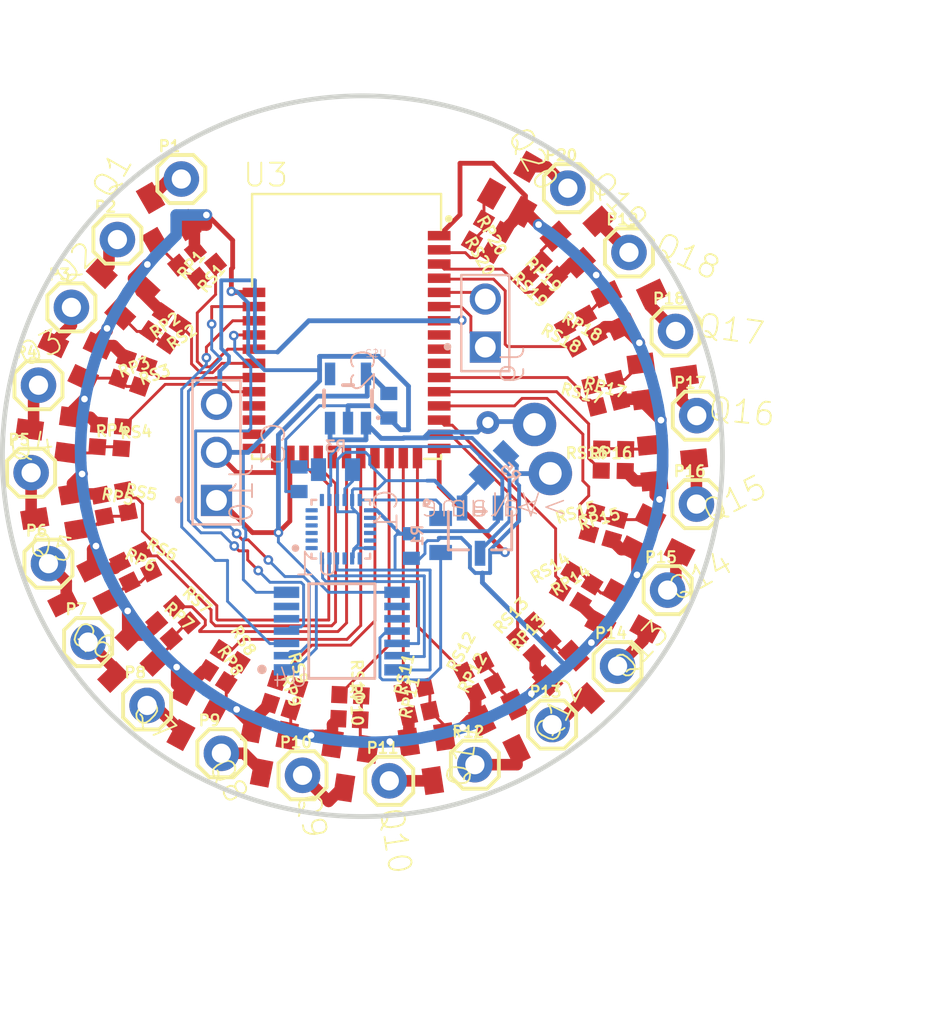
<source format=kicad_pcb>
(kicad_pcb (version 20171130) (host pcbnew 5.1.6-c6e7f7d~87~ubuntu20.04.1)
  (layers (0 Top signal) (31 Bottom signal) (34 B.Paste user) (35 F.Paste user) (36 B.SilkS user) (37 F.SilkS user) (38 B.Mask user) (39 F.Mask user) (44 Edge.Cuts user))
  (net 0 "")
  (net 1 GND)
  (net 2 /+3V)
  (net 3 "Net-(U$2-Pad4)")
  (net 4 +8V)
  (net 5 /SWDIO)
  (net 6 /SWDCLK)
  (net 7 /RESET)
  (net 8 /SDA_B)
  (net 9 /SCL_B)
  (net 10 /+1.8V)
  (net 11 "Net-(U1-Pad21)")
  (net 12 /GND1)
  (net 13 "Net-(U1-Pad19)")
  (net 14 /N$3)
  (net 15 "Net-(R3-Pad1)")
  (net 16 "Net-(U1-Pad7)")
  (net 17 "Net-(C3-Pad1)")
  (net 18 /SMA7_SIG)
  (net 19 /SMA8_SIG)
  (net 20 "Net-(U3-Pad23)")
  (net 21 /SMA6_SIG)
  (net 22 /SMA10_SIG)
  (net 23 /SMA9_SIG)
  (net 24 /SMA11_SIG)
  (net 25 /SMA12_SIG)
  (net 26 /SMA5_SIG)
  (net 27 /INT_A)
  (net 28 /SMA3_SIG)
  (net 29 /SMA4_SIG)
  (net 30 /SMA2_SIG)
  (net 31 /SMA1_SIG)
  (net 32 "Net-(U3-Pad30)")
  (net 33 "Net-(U3-Pad31)")
  (net 34 "Net-(U3-Pad29)")
  (net 35 "Net-(U3-Pad28)")
  (net 36 /SDA_A)
  (net 37 /SCL_A)
  (net 38 /SMA17_SIG)
  (net 39 /SMA16_SIG)
  (net 40 "Net-(U3-Pad10)")
  (net 41 "Net-(U3-Pad9)")
  (net 42 /SMA14_SIG)
  (net 43 /SMA15_SIG)
  (net 44 /SMA13_SIG)
  (net 45 "Net-(U3-Pad8)")
  (net 46 /SMA19_SIG)
  (net 47 /SMA18_SIG)
  (net 48 /SMA20_SIG)
  (net 49 "Net-(R1-Pad2)")
  (net 50 "Net-(U4-Pad10)")
  (net 51 "Net-(U4-Pad9)")
  (net 52 "Net-(U4-Pad6)")
  (net 53 "Net-(U4-Pad5)")
  (net 54 "Net-(Q1-Pad1)")
  (net 55 /SMA1_PWR)
  (net 56 "Net-(Q2-Pad1)")
  (net 57 /SMA2_PWR)
  (net 58 "Net-(Q3-Pad1)")
  (net 59 /SMA3_PWR)
  (net 60 "Net-(Q4-Pad1)")
  (net 61 /SMA4_PWR)
  (net 62 "Net-(Q5-Pad1)")
  (net 63 /SMA5_PWR)
  (net 64 "Net-(Q6-Pad1)")
  (net 65 /SMA6_PWR)
  (net 66 "Net-(Q7-Pad1)")
  (net 67 /SMA7_PWR)
  (net 68 "Net-(Q8-Pad1)")
  (net 69 /SMA8_PWR)
  (net 70 "Net-(Q9-Pad1)")
  (net 71 /SMA9_PWR)
  (net 72 "Net-(Q10-Pad1)")
  (net 73 /SMA10_PWR)
  (net 74 "Net-(Q11-Pad1)")
  (net 75 /SMA11_PWR)
  (net 76 "Net-(Q12-Pad1)")
  (net 77 /SMA12_PWR)
  (net 78 "Net-(Q13-Pad1)")
  (net 79 /SMA13_PWR)
  (net 80 "Net-(Q14-Pad1)")
  (net 81 /SMA14_PWR)
  (net 82 "Net-(Q15-Pad1)")
  (net 83 /SMA15_PWR)
  (net 84 "Net-(Q16-Pad1)")
  (net 85 /SMA16_PWR)
  (net 86 "Net-(Q17-Pad1)")
  (net 87 /SMA17_PWR)
  (net 88 "Net-(Q18-Pad1)")
  (net 89 /SMA18_PWR)
  (net 90 "Net-(Q19-Pad1)")
  (net 91 /SMA19_PWR)
  (net 92 "Net-(Q20-Pad1)")
  (net 93 /SMA20_PWR)
  (module patrick:61300311121 (layer Bottom) (at 140.7795 104.8004 90)
    (fp_text reference J10 (at -3.809984 2.032004 90) (layer B.SilkS) (effects (font (size 1.2065 1.2065) (thickness 0.09652)) (justify right bottom mirror)))
    (fp_text value 61300311121)
    (pad 3 thru_hole circle (at 2.54 0 90) (size 1.65 1.65) (drill 1.1) (layers *.Cu *.Mask) (net 7 /RESET))
    (pad 2 thru_hole circle (at 0 0 90) (size 1.65 1.65) (drill 1.1) (layers *.Cu *.Mask) (net 1 GND))
    (pad 1 thru_hole rect (at -2.54 0 90) (size 1.65 1.65) (drill 1.1) (layers *.Cu *.Mask) (net 2 /+3V))
  )
  (module patrick:61300211121 (layer Bottom) (at 155.0035 97.9678 90)
    (fp_text reference J9 (at -3.301991 2.159003 90) (layer B.SilkS) (effects (font (size 1.2065 1.2065) (thickness 0.09652)) (justify right bottom mirror)))
    (fp_text value 61300211121)
    (pad 2 thru_hole circle (at 1.27 0 90) (size 1.65 1.65) (drill 1.1) (layers *.Cu *.Mask) (net 5 /SWDIO))
    (pad 1 thru_hole rect (at -1.27 0 90) (size 1.65 1.65) (drill 1.1) (layers *.Cu *.Mask) (net 6 /SWDCLK))
  )
  (module patrick:SOT23-5 (layer Bottom) (at 147.7391 101.9556 180)
    (fp_text reference U$2 (at -0.889 2.159) (layer B.SilkS) (effects (font (size 0.38608 0.38608) (thickness 0.030886)) (justify right bottom mirror)))
    (fp_text value SPX3819M5_3_3)
    (pad 5 smd rect (at -0.95 1.3001 180) (size 0.55 1.2) (layers Bottom B.Paste B.Mask) (net 2 /+3V))
    (pad 4 smd rect (at 0.95 1.3001 180) (size 0.55 1.2) (layers Bottom B.Paste B.Mask) (net 3 "Net-(U$2-Pad4)"))
    (pad 3 smd rect (at 0.95 -1.3001 180) (size 0.55 1.2) (layers Bottom B.Paste B.Mask) (net 4 +8V))
    (pad 2 smd rect (at 0 -1.3001 180) (size 0.55 1.2) (layers Bottom B.Paste B.Mask) (net 1 GND))
    (pad 1 smd rect (at -0.95 -1.3001 180) (size 0.55 1.2) (layers Bottom B.Paste B.Mask) (net 4 +8V))
  )
  (module patrick:C0402 (layer Bottom) (at 149.8981 102.3366 270)
    (fp_text reference C2 (at -0.635 0.635 90) (layer B.SilkS) (effects (font (size 1.2065 1.2065) (thickness 0.09652)) (justify right bottom mirror)))
    (fp_text value C-USC0402)
    (pad 2 smd rect (at 0.65 0 270) (size 0.7 0.9) (layers Bottom B.Paste B.Mask) (net 1 GND))
    (pad 1 smd rect (at -0.65 0 270) (size 0.7 0.9) (layers Bottom B.Paste B.Mask) (net 2 /+3V))
  )
  (module patrick:QFN40P300X300X105-24N (layer Bottom) (at 147.3581 108.8644)
    (fp_text reference U1 (at -2.543359 2.543359) (layer B.SilkS) (effects (font (size 1.208096 1.208096) (thickness 0.096647)) (justify right bottom mirror)))
    (fp_text value ICM-20948)
    (pad 24 smd roundrect (at -1 1.545 90) (size 0.64 0.22) (layers Bottom B.Paste B.Mask) (roundrect_rratio 0.125) (net 8 /SDA_B))
    (pad 23 smd roundrect (at -0.6 1.545 90) (size 0.64 0.22) (layers Bottom B.Paste B.Mask) (roundrect_rratio 0.125) (net 9 /SCL_B))
    (pad 22 smd roundrect (at -0.2 1.545 90) (size 0.64 0.22) (layers Bottom B.Paste B.Mask) (roundrect_rratio 0.125) (net 10 /+1.8V))
    (pad 21 smd roundrect (at 0.2 1.545 90) (size 0.64 0.22) (layers Bottom B.Paste B.Mask) (roundrect_rratio 0.125) (net 11 "Net-(U1-Pad21)"))
    (pad 20 smd roundrect (at 0.6 1.545 90) (size 0.64 0.22) (layers Bottom B.Paste B.Mask) (roundrect_rratio 0.125) (net 12 /GND1))
    (pad 19 smd roundrect (at 1 1.545 90) (size 0.64 0.22) (layers Bottom B.Paste B.Mask) (roundrect_rratio 0.125) (net 13 "Net-(U1-Pad19)"))
    (pad 18 smd roundrect (at 1.545 1 180) (size 0.64 0.22) (layers Bottom B.Paste B.Mask) (roundrect_rratio 0.125) (net 12 /GND1))
    (pad 17 smd roundrect (at 1.545 0.6 180) (size 0.64 0.22) (layers Bottom B.Paste B.Mask) (roundrect_rratio 0.125))
    (pad 16 smd roundrect (at 1.545 0.2 180) (size 0.64 0.22) (layers Bottom B.Paste B.Mask) (roundrect_rratio 0.125))
    (pad 15 smd roundrect (at 1.545 -0.2 180) (size 0.64 0.22) (layers Bottom B.Paste B.Mask) (roundrect_rratio 0.125))
    (pad 14 smd roundrect (at 1.545 -0.6 180) (size 0.64 0.22) (layers Bottom B.Paste B.Mask) (roundrect_rratio 0.125))
    (pad 13 smd roundrect (at 1.545 -1 180) (size 0.64 0.22) (layers Bottom B.Paste B.Mask) (roundrect_rratio 0.125) (net 10 /+1.8V))
    (pad 12 smd roundrect (at 1 -1.545 270) (size 0.64 0.22) (layers Bottom B.Paste B.Mask) (roundrect_rratio 0.125) (net 14 /N$3))
    (pad 11 smd roundrect (at 0.6 -1.545 270) (size 0.64 0.22) (layers Bottom B.Paste B.Mask) (roundrect_rratio 0.125) (net 12 /GND1))
    (pad 10 smd roundrect (at 0.2 -1.545 270) (size 0.64 0.22) (layers Bottom B.Paste B.Mask) (roundrect_rratio 0.125) (net 15 "Net-(R3-Pad1)"))
    (pad 9 smd roundrect (at -0.2 -1.545 270) (size 0.64 0.22) (layers Bottom B.Paste B.Mask) (roundrect_rratio 0.125) (net 12 /GND1))
    (pad 8 smd roundrect (at -0.6 -1.545 270) (size 0.64 0.22) (layers Bottom B.Paste B.Mask) (roundrect_rratio 0.125) (net 10 /+1.8V))
    (pad 7 smd roundrect (at -1 -1.545 270) (size 0.64 0.22) (layers Bottom B.Paste B.Mask) (roundrect_rratio 0.125) (net 16 "Net-(U1-Pad7)"))
    (pad 6 smd roundrect (at -1.545 -1) (size 0.64 0.22) (layers Bottom B.Paste B.Mask) (roundrect_rratio 0.125))
    (pad 5 smd roundrect (at -1.545 -0.6) (size 0.64 0.22) (layers Bottom B.Paste B.Mask) (roundrect_rratio 0.125))
    (pad 4 smd roundrect (at -1.545 -0.2) (size 0.64 0.22) (layers Bottom B.Paste B.Mask) (roundrect_rratio 0.125))
    (pad 3 smd roundrect (at -1.545 0.2) (size 0.64 0.22) (layers Bottom B.Paste B.Mask) (roundrect_rratio 0.125))
    (pad 2 smd roundrect (at -1.545 0.6) (size 0.64 0.22) (layers Bottom B.Paste B.Mask) (roundrect_rratio 0.125))
    (pad 1 smd roundrect (at -1.545 1) (size 0.64 0.22) (layers Bottom B.Paste B.Mask) (roundrect_rratio 0.125))
  )
  (module patrick:C0402 (layer Bottom) (at 151.0919 109.7534 270)
    (fp_text reference C1 (at -0.635 0.635 90) (layer B.SilkS) (effects (font (size 1.2065 1.2065) (thickness 0.09652)) (justify right bottom mirror)))
    (fp_text value C-USC0402)
    (pad 2 smd rect (at 0.65 0 270) (size 0.7 0.9) (layers Bottom B.Paste B.Mask) (net 1 GND))
    (pad 1 smd rect (at -0.65 0 270) (size 0.7 0.9) (layers Bottom B.Paste B.Mask) (net 10 /+1.8V))
  )
  (module patrick:C0402 (layer Bottom) (at 145.1483 106.2228 270)
    (fp_text reference C3 (at -0.635 0.635 90) (layer B.SilkS) (effects (font (size 1.2065 1.2065) (thickness 0.09652)) (justify right bottom mirror)))
    (fp_text value C-USC0402)
    (pad 2 smd rect (at 0.65 0 270) (size 0.7 0.9) (layers Bottom B.Paste B.Mask) (net 1 GND))
    (pad 1 smd rect (at -0.65 0 270) (size 0.7 0.9) (layers Bottom B.Paste B.Mask) (net 17 "Net-(C3-Pad1)"))
  )
  (module patrick:SOT-23A_MC (layer Bottom) (at 154.7241 108.9406)
    (fp_text reference U2 hide)
    (fp_text value MCP1702T-1802E_CB hide)
    (fp_text user >Name (at -3.2766 -0.635) (layer B.SilkS) (effects (font (size 1.2065 1.2065) (thickness 0.0762)) (justify right bottom mirror)))
    (fp_text user >Value (at -1.7272 -0.635) (layer B.SilkS) (effects (font (size 1.2065 1.2065) (thickness 0.0762)) (justify right bottom mirror)))
    (pad 3 smd rect (at 0 1.1952) (size 0.5588 1.3208) (layers Bottom B.Paste B.Mask) (net 4 +8V))
    (pad 2 smd rect (at 0.95 -1.1952) (size 0.5588 1.3208) (layers Bottom B.Paste B.Mask) (net 10 /+1.8V))
    (pad 1 smd rect (at -0.95 -1.1952) (size 0.5588 1.3208) (layers Bottom B.Paste B.Mask) (net 12 /GND1))
  )
  (module patrick:0805 (layer Bottom) (at 147.0787 105.7148 180)
    (fp_text reference R3 (at 0 0.889) (layer B.SilkS) (effects (font (size 0.57912 0.57912) (thickness 0.115824)) (justify bottom mirror)))
    (fp_text value " ")
    (pad 2 smd rect (at 0.9 0 180) (size 0.8 1.2) (layers Bottom B.Paste B.Mask) (net 17 "Net-(C3-Pad1)"))
    (pad 1 smd rect (at -0.9 0 180) (size 0.8 1.2) (layers Bottom B.Paste B.Mask) (net 15 "Net-(R3-Pad1)"))
  )
  (module patrick:0805 (layer Bottom) (at 155.4607 105.4862 45)
    (fp_text reference R5 (at 0 0.889 135) (layer B.SilkS) (effects (font (size 0.57912 0.57912) (thickness 0.115824)) (justify bottom mirror)))
    (fp_text value " ")
    (pad 2 smd rect (at 0.9 0 45) (size 0.8 1.2) (layers Bottom B.Paste B.Mask) (net 1 GND))
    (pad 1 smd rect (at -0.9 0 45) (size 0.8 1.2) (layers Bottom B.Paste B.Mask) (net 12 /GND1))
  )
  (module patrick:XCVR_BL652-SA-01 (layer Top) (at 147.6629 98.1456)
    (fp_text reference U3 (at -5.555868 -7.295959) (layer F.SilkS) (effects (font (size 1.208646 1.208646) (thickness 0.096691)) (justify left bottom)))
    (fp_text value BL652-SA-01)
    (pad 27 smd rect (at -3.75 6.9 90) (size 1.2 0.5) (layers Top F.Paste F.Mask) (net 1 GND))
    (pad 22 smd rect (at 0 6.9 90) (size 1.2 0.5) (layers Top F.Paste F.Mask) (net 18 /SMA7_SIG))
    (pad 21 smd rect (at 0.75 6.9 90) (size 1.2 0.5) (layers Top F.Paste F.Mask) (net 19 /SMA8_SIG))
    (pad 23 smd rect (at -0.75 6.9 90) (size 1.2 0.5) (layers Top F.Paste F.Mask) (net 20 "Net-(U3-Pad23)"))
    (pad 24 smd rect (at -1.5 6.9 90) (size 1.2 0.5) (layers Top F.Paste F.Mask) (net 21 /SMA6_SIG))
    (pad 19 smd rect (at 2.25 6.9 90) (size 1.2 0.5) (layers Top F.Paste F.Mask) (net 22 /SMA10_SIG))
    (pad 20 smd rect (at 1.5 6.9 90) (size 1.2 0.5) (layers Top F.Paste F.Mask) (net 23 /SMA9_SIG))
    (pad 18 smd rect (at 3 6.9 90) (size 1.2 0.5) (layers Top F.Paste F.Mask) (net 24 /SMA11_SIG))
    (pad 17 smd rect (at 3.75 6.9 90) (size 1.2 0.5) (layers Top F.Paste F.Mask) (net 25 /SMA12_SIG))
    (pad 26 smd rect (at -3 6.9 90) (size 1.2 0.5) (layers Top F.Paste F.Mask) (net 2 /+3V))
    (pad 25 smd rect (at -2.25 6.9 90) (size 1.2 0.5) (layers Top F.Paste F.Mask) (net 26 /SMA5_SIG))
    (pad 39 smd rect (at -4.9 -1.8) (size 1.2 0.5) (layers Top F.Paste F.Mask) (net 1 GND))
    (pad 38 smd rect (at -4.9 -1.05) (size 1.2 0.5) (layers Top F.Paste F.Mask) (net 27 /INT_A))
    (pad 33 smd rect (at -4.9 2.7) (size 1.2 0.5) (layers Top F.Paste F.Mask) (net 28 /SMA3_SIG))
    (pad 32 smd rect (at -4.9 3.45) (size 1.2 0.5) (layers Top F.Paste F.Mask) (net 29 /SMA4_SIG))
    (pad 34 smd rect (at -4.9 1.95) (size 1.2 0.5) (layers Top F.Paste F.Mask) (net 30 /SMA2_SIG))
    (pad 35 smd rect (at -4.9 1.2) (size 1.2 0.5) (layers Top F.Paste F.Mask) (net 31 /SMA1_SIG))
    (pad 30 smd rect (at -4.9 4.95) (size 1.2 0.5) (layers Top F.Paste F.Mask) (net 32 "Net-(U3-Pad30)"))
    (pad 31 smd rect (at -4.9 4.2) (size 1.2 0.5) (layers Top F.Paste F.Mask) (net 33 "Net-(U3-Pad31)"))
    (pad 29 smd rect (at -4.9 5.7) (size 1.2 0.5) (layers Top F.Paste F.Mask) (net 34 "Net-(U3-Pad29)"))
    (pad 28 smd rect (at -4.9 6.45) (size 1.2 0.5) (layers Top F.Paste F.Mask) (net 35 "Net-(U3-Pad28)"))
    (pad 37 smd rect (at -4.9 -0.3) (size 1.2 0.5) (layers Top F.Paste F.Mask) (net 36 /SDA_A))
    (pad 36 smd rect (at -4.9 0.45) (size 1.2 0.5) (layers Top F.Paste F.Mask) (net 37 /SCL_A))
    (pad 11 smd rect (at 4.9 2.7) (size 1.2 0.5) (layers Top F.Paste F.Mask) (net 38 /SMA17_SIG))
    (pad 12 smd rect (at 4.9 3.45) (size 1.2 0.5) (layers Top F.Paste F.Mask) (net 39 /SMA16_SIG))
    (pad 10 smd rect (at 4.9 1.95) (size 1.2 0.5) (layers Top F.Paste F.Mask) (net 40 "Net-(U3-Pad10)"))
    (pad 9 smd rect (at 4.9 1.2) (size 1.2 0.5) (layers Top F.Paste F.Mask) (net 41 "Net-(U3-Pad9)"))
    (pad 14 smd rect (at 4.9 4.95) (size 1.2 0.5) (layers Top F.Paste F.Mask) (net 42 /SMA14_SIG))
    (pad 13 smd rect (at 4.9 4.2) (size 1.2 0.5) (layers Top F.Paste F.Mask) (net 43 /SMA15_SIG))
    (pad 15 smd rect (at 4.9 5.7) (size 1.2 0.5) (layers Top F.Paste F.Mask) (net 44 /SMA13_SIG))
    (pad 16 smd rect (at 4.9 6.45) (size 1.2 0.5) (layers Top F.Paste F.Mask) (net 1 GND))
    (pad 6 smd rect (at 4.9 -1.05) (size 1.2 0.5) (layers Top F.Paste F.Mask) (net 6 /SWDCLK))
    (pad 5 smd rect (at 4.9 -1.8) (size 1.2 0.5) (layers Top F.Paste F.Mask) (net 5 /SWDIO))
    (pad 7 smd rect (at 4.9 -0.3) (size 1.2 0.5) (layers Top F.Paste F.Mask) (net 7 /RESET))
    (pad 8 smd rect (at 4.9 0.45) (size 1.2 0.5) (layers Top F.Paste F.Mask) (net 45 "Net-(U3-Pad8)"))
    (pad 3 smd rect (at 4.9 -3.3) (size 1.2 0.5) (layers Top F.Paste F.Mask) (net 46 /SMA19_SIG))
    (pad 4 smd rect (at 4.9 -2.55) (size 1.2 0.5) (layers Top F.Paste F.Mask) (net 47 /SMA18_SIG))
    (pad 2 smd rect (at 4.9 -4.05) (size 1.2 0.5) (layers Top F.Paste F.Mask) (net 48 /SMA20_SIG))
    (pad 1 smd rect (at 4.9 -4.8) (size 1.2 0.5) (layers Top F.Paste F.Mask) (net 1 GND))
  )
  (module patrick:NXP_NTS0104PW,118_3 (layer Bottom) (at 147.4089 114.2492)
    (fp_text reference U4 (at -3.725 3.025) (layer B.SilkS) (effects (font (size 0.95 0.95) (thickness 0.076)) (justify right bottom mirror)))
    (fp_text value NXP_NTS0104PW,118NXP_NTS0104PW,118_0_3 hide)
    (pad 14 smd rect (at 2.925 2.05 90) (size 0.6 1.35) (layers Bottom B.Paste B.Mask) (net 10 /+1.8V))
    (pad 13 smd rect (at 2.925 1.3 90) (size 0.4 1.35) (layers Bottom B.Paste B.Mask) (net 9 /SCL_B))
    (pad 12 smd rect (at 2.925 0.65 90) (size 0.4 1.35) (layers Bottom B.Paste B.Mask) (net 8 /SDA_B))
    (pad 11 smd rect (at 2.925 0 90) (size 0.4 1.35) (layers Bottom B.Paste B.Mask) (net 49 "Net-(R1-Pad2)"))
    (pad 10 smd rect (at 2.925 -0.65 90) (size 0.4 1.35) (layers Bottom B.Paste B.Mask) (net 50 "Net-(U4-Pad10)"))
    (pad 9 smd rect (at 2.925 -1.3 90) (size 0.4 1.35) (layers Bottom B.Paste B.Mask) (net 51 "Net-(U4-Pad9)"))
    (pad 8 smd rect (at 2.925 -2.05 90) (size 0.6 1.35) (layers Bottom B.Paste B.Mask) (net 2 /+3V))
    (pad 7 smd rect (at -2.925 -2.05 90) (size 0.6 1.35) (layers Bottom B.Paste B.Mask) (net 1 GND))
    (pad 6 smd rect (at -2.925 -1.3 90) (size 0.4 1.35) (layers Bottom B.Paste B.Mask) (net 52 "Net-(U4-Pad6)"))
    (pad 5 smd rect (at -2.925 -0.65 90) (size 0.4 1.35) (layers Bottom B.Paste B.Mask) (net 53 "Net-(U4-Pad5)"))
    (pad 4 smd rect (at -2.925 0 90) (size 0.4 1.35) (layers Bottom B.Paste B.Mask) (net 27 /INT_A))
    (pad 3 smd rect (at -2.925 0.65 90) (size 0.4 1.35) (layers Bottom B.Paste B.Mask) (net 36 /SDA_A))
    (pad 2 smd rect (at -2.925 1.3 90) (size 0.4 1.35) (layers Bottom B.Paste B.Mask) (net 37 /SCL_A))
    (pad 1 smd rect (at -2.925 2.05 90) (size 0.6 1.35) (layers Bottom B.Paste B.Mask) (net 2 /+3V))
  )
  (module patrick:0402 (layer Top) (at 140.286897 95.224035 220)
    (fp_text reference RS1 (at -0.000003 -0.762001 -130) (layer F.SilkS) (effects (font (size 0.57912 0.57912) (thickness 0.115824)) (justify bottom)))
    (fp_text value " ")
    (pad 2 smd rect (at 0.58 0 220) (size 0.85 0.9) (layers Top F.Paste F.Mask) (net 54 "Net-(Q1-Pad1)"))
    (pad 1 smd rect (at -0.58 0 220) (size 0.85 0.9) (layers Top F.Paste F.Mask) (net 31 /SMA1_SIG))
  )
  (module patrick:0402 (layer Top) (at 139.216557 94.53056 220)
    (fp_text reference RP1 (at -0.000002 -0.762001 -130) (layer F.SilkS) (effects (font (size 0.57912 0.57912) (thickness 0.115824)) (justify bottom)))
    (fp_text value " ")
    (pad 2 smd rect (at 0.58 0 220) (size 0.85 0.9) (layers Top F.Paste F.Mask) (net 54 "Net-(Q1-Pad1)"))
    (pad 1 smd rect (at -0.58 0 220) (size 0.85 0.9) (layers Top F.Paste F.Mask) (net 1 GND))
  )
  (module patrick:SOT23 (layer Top) (at 137.837879 92.305407 30)
    (fp_text reference Q1 (at -1.905003 -1.905001 60) (layer F.SilkS) (effects (font (size 1.2065 1.2065) (thickness 0.09652)) (justify left bottom)))
    (fp_text value MOSFET-NREFLOW)
    (pad 1 smd rect (at -0.95 1.1 30) (size 1 1.4) (layers Top F.Paste F.Mask) (net 54 "Net-(Q1-Pad1)"))
    (pad 2 smd rect (at 0.95 1.1 30) (size 1 1.4) (layers Top F.Paste F.Mask) (net 1 GND))
    (pad 3 smd rect (at 0 -1.1 30) (size 1 1.4) (layers Top F.Paste F.Mask) (net 55 /SMA1_PWR))
  )
  (module patrick:1X01 (layer Top) (at 138.919457 90.351979)
    (fp_text reference P1 (at -1.27 -1.397) (layer F.SilkS) (effects (font (size 0.57912 0.57912) (thickness 0.115824)) (justify left bottom)))
    (fp_text value CONN_01)
    (pad 1 thru_hole circle (at 0 0 90) (size 1.8796 1.8796) (drill 1.016) (layers *.Cu *.Mask) (net 55 /SMA1_PWR))
  )
  (module patrick:0402 (layer Top) (at 138.521722 98.554438 235.3)
    (fp_text reference RS2 (at -0.000001 -0.762001 214.7) (layer F.SilkS) (effects (font (size 0.57912 0.57912) (thickness 0.115824)) (justify bottom)))
    (fp_text value " ")
    (pad 2 smd rect (at 0.58 0 235.3) (size 0.85 0.9) (layers Top F.Paste F.Mask) (net 56 "Net-(Q2-Pad1)"))
    (pad 1 smd rect (at -0.58 0 235.3) (size 0.85 0.9) (layers Top F.Paste F.Mask) (net 30 /SMA2_SIG))
  )
  (module patrick:0402 (layer Top) (at 137.630463 97.932382 235.3)
    (fp_text reference RP2 (at -0.000002 -0.762 214.7) (layer F.SilkS) (effects (font (size 0.57912 0.57912) (thickness 0.115824)) (justify bottom)))
    (fp_text value " ")
    (pad 2 smd rect (at 0.58 0 235.3) (size 0.85 0.9) (layers Top F.Paste F.Mask) (net 56 "Net-(Q2-Pad1)"))
    (pad 1 smd rect (at -0.58 0 235.3) (size 0.85 0.9) (layers Top F.Paste F.Mask) (net 1 GND))
  )
  (module patrick:SOT23 (layer Top) (at 135.517747 96.078669 47.4)
    (fp_text reference Q2 (at -1.905005 -1.905001 42.6) (layer F.SilkS) (effects (font (size 1.2065 1.2065) (thickness 0.09652)) (justify left bottom)))
    (fp_text value MOSFET-NREFLOW)
    (pad 1 smd rect (at -0.95 1.1 47.4) (size 1 1.4) (layers Top F.Paste F.Mask) (net 56 "Net-(Q2-Pad1)"))
    (pad 2 smd rect (at 0.95 1.1 47.4) (size 1 1.4) (layers Top F.Paste F.Mask) (net 1 GND))
    (pad 3 smd rect (at 0 -1.1 47.4) (size 1 1.4) (layers Top F.Paste F.Mask) (net 57 /SMA2_PWR))
  )
  (module patrick:1X01 (layer Top) (at 135.536375 93.5521)
    (fp_text reference P2 (at -1.27 -1.397) (layer F.SilkS) (effects (font (size 0.57912 0.57912) (thickness 0.115824)) (justify left bottom)))
    (fp_text value CONN_01)
    (pad 1 thru_hole circle (at 0 0 90) (size 1.8796 1.8796) (drill 1.016) (layers *.Cu *.Mask) (net 57 /SMA2_PWR))
  )
  (module patrick:0402 (layer Top) (at 136.908607 100.769754 250.5)
    (fp_text reference RS3 (at -0.000002 -0.762 199.5) (layer F.SilkS) (effects (font (size 0.57912 0.57912) (thickness 0.115824)) (justify bottom)))
    (fp_text value " ")
    (pad 2 smd rect (at 0.58 0 250.5) (size 0.85 0.9) (layers Top F.Paste F.Mask) (net 58 "Net-(Q3-Pad1)"))
    (pad 1 smd rect (at -0.58 0 250.5) (size 0.85 0.9) (layers Top F.Paste F.Mask) (net 28 /SMA3_SIG))
  )
  (module patrick:0402 (layer Top) (at 135.81286 100.371766 250.5)
    (fp_text reference RP3 (at -0.000002 -0.762001 199.5) (layer F.SilkS) (effects (font (size 0.57912 0.57912) (thickness 0.115824)) (justify bottom)))
    (fp_text value " ")
    (pad 2 smd rect (at 0.58 0 250.5) (size 0.85 0.9) (layers Top F.Paste F.Mask) (net 58 "Net-(Q3-Pad1)"))
    (pad 1 smd rect (at -0.58 0 250.5) (size 0.85 0.9) (layers Top F.Paste F.Mask) (net 1 GND))
  )
  (module patrick:SOT23 (layer Top) (at 133.13876 99.550397 64.8)
    (fp_text reference Q3 (at -1.905005 -1.904999 25.2) (layer F.SilkS) (effects (font (size 1.2065 1.2065) (thickness 0.09652)) (justify left bottom)))
    (fp_text value MOSFET-NREFLOW)
    (pad 1 smd rect (at -0.95 1.1 64.8) (size 1 1.4) (layers Top F.Paste F.Mask) (net 58 "Net-(Q3-Pad1)"))
    (pad 2 smd rect (at 0.95 1.1 64.8) (size 1 1.4) (layers Top F.Paste F.Mask) (net 1 GND))
    (pad 3 smd rect (at 0 -1.1 64.8) (size 1 1.4) (layers Top F.Paste F.Mask) (net 59 /SMA3_PWR))
  )
  (module patrick:1X01 (layer Top) (at 133.102713 97.137244)
    (fp_text reference P3 (at -1.27 -1.397) (layer F.SilkS) (effects (font (size 0.57912 0.57912) (thickness 0.115824)) (justify left bottom)))
    (fp_text value CONN_01)
    (pad 1 thru_hole circle (at 0 0 90) (size 1.8796 1.8796) (drill 1.016) (layers *.Cu *.Mask) (net 59 /SMA3_PWR))
  )
  (module patrick:0402 (layer Top) (at 135.784579 104.020347 265.8)
    (fp_text reference RS4 (at -0.000001 -0.762002 184.2) (layer F.SilkS) (effects (font (size 0.57912 0.57912) (thickness 0.115824)) (justify bottom)))
    (fp_text value " ")
    (pad 2 smd rect (at 0.58 0 265.8) (size 0.85 0.9) (layers Top F.Paste F.Mask) (net 60 "Net-(Q4-Pad1)"))
    (pad 1 smd rect (at -0.58 0 265.8) (size 0.85 0.9) (layers Top F.Paste F.Mask) (net 29 /SMA4_SIG))
  )
  (module patrick:0402 (layer Top) (at 134.518007 103.927104 265.8)
    (fp_text reference RP4 (at -0.000002 -0.762002 184.2) (layer F.SilkS) (effects (font (size 0.57912 0.57912) (thickness 0.115824)) (justify bottom)))
    (fp_text value " ")
    (pad 2 smd rect (at 0.58 0 265.8) (size 0.85 0.9) (layers Top F.Paste F.Mask) (net 60 "Net-(Q4-Pad1)"))
    (pad 1 smd rect (at -0.58 0 265.8) (size 0.85 0.9) (layers Top F.Paste F.Mask) (net 1 GND))
  )
  (module patrick:SOT23 (layer Top) (at 131.98486 103.740613 82.1)
    (fp_text reference Q4 (at -1.905004 -1.904997 7.9) (layer F.SilkS) (effects (font (size 1.2065 1.2065) (thickness 0.09652)) (justify left bottom)))
    (fp_text value MOSFET-NREFLOW)
    (pad 1 smd rect (at -0.95 1.1 82.1) (size 1 1.4) (layers Top F.Paste F.Mask) (net 60 "Net-(Q4-Pad1)"))
    (pad 2 smd rect (at 0.95 1.1 82.1) (size 1 1.4) (layers Top F.Paste F.Mask) (net 1 GND))
    (pad 3 smd rect (at 0 -1.1 82.1) (size 1 1.4) (layers Top F.Paste F.Mask) (net 61 /SMA4_PWR))
  )
  (module patrick:1X01 (layer Top) (at 131.360144 101.251079)
    (fp_text reference P4 (at -1.27 -1.397) (layer F.SilkS) (effects (font (size 0.57912 0.57912) (thickness 0.115824)) (justify left bottom)))
    (fp_text value CONN_01)
    (pad 1 thru_hole circle (at 0 0 90) (size 1.8796 1.8796) (drill 1.016) (layers *.Cu *.Mask) (net 61 /SMA4_PWR))
  )
  (module patrick:0402 (layer Top) (at 135.985866 107.387525 281.1)
    (fp_text reference RS5 (at -0.000002 -0.761999 168.9) (layer F.SilkS) (effects (font (size 0.57912 0.57912) (thickness 0.115824)) (justify bottom)))
    (fp_text value " ")
    (pad 2 smd rect (at 0.58 0 281.1) (size 0.85 0.9) (layers Top F.Paste F.Mask) (net 62 "Net-(Q5-Pad1)"))
    (pad 1 smd rect (at -0.58 0 281.1) (size 0.85 0.9) (layers Top F.Paste F.Mask) (net 26 /SMA5_SIG))
  )
  (module patrick:0402 (layer Top) (at 134.739422 107.630996 281.1)
    (fp_text reference RP5 (at -0.000001 -0.761999 168.9) (layer F.SilkS) (effects (font (size 0.57912 0.57912) (thickness 0.115824)) (justify bottom)))
    (fp_text value " ")
    (pad 2 smd rect (at 0.58 0 281.1) (size 0.85 0.9) (layers Top F.Paste F.Mask) (net 62 "Net-(Q5-Pad1)"))
    (pad 1 smd rect (at -0.58 0 281.1) (size 0.85 0.9) (layers Top F.Paste F.Mask) (net 1 GND))
  )
  (module patrick:SOT23 (layer Top) (at 132.246535 108.117943 99.5)
    (fp_text reference Q5 (at -1.905005 -1.904998 -9.5) (layer F.SilkS) (effects (font (size 1.2065 1.2065) (thickness 0.09652)) (justify left bottom)))
    (fp_text value MOSFET-NREFLOW)
    (pad 1 smd rect (at -0.95 1.1 99.5) (size 1 1.4) (layers Top F.Paste F.Mask) (net 62 "Net-(Q5-Pad1)"))
    (pad 2 smd rect (at 0.95 1.1 99.5) (size 1 1.4) (layers Top F.Paste F.Mask) (net 1 GND))
    (pad 3 smd rect (at 0 -1.1 99.5) (size 1 1.4) (layers Top F.Paste F.Mask) (net 63 /SMA5_PWR))
  )
  (module patrick:1X01 (layer Top) (at 130.971007 105.876559)
    (fp_text reference P5 (at -1.27 -1.396999) (layer F.SilkS) (effects (font (size 0.57912 0.57912) (thickness 0.115824)) (justify left bottom)))
    (fp_text value CONN_01)
    (pad 1 thru_hole circle (at 0 0 90) (size 1.8796 1.8796) (drill 1.016) (layers *.Cu *.Mask) (net 63 /SMA5_PWR))
  )
  (module patrick:0402 (layer Top) (at 137.066472 110.58294 296.3)
    (fp_text reference RS6 (at -0.000002 -0.762 153.7) (layer F.SilkS) (effects (font (size 0.57912 0.57912) (thickness 0.115824)) (justify bottom)))
    (fp_text value " ")
    (pad 2 smd rect (at 0.58 0 296.3) (size 0.85 0.9) (layers Top F.Paste F.Mask) (net 64 "Net-(Q6-Pad1)"))
    (pad 1 smd rect (at -0.58 0 296.3) (size 0.85 0.9) (layers Top F.Paste F.Mask) (net 21 /SMA6_SIG))
  )
  (module patrick:0402 (layer Top) (at 135.928091 111.145956 296.3)
    (fp_text reference RP6 (at -0.000002 -0.762 153.7) (layer F.SilkS) (effects (font (size 0.57912 0.57912) (thickness 0.115824)) (justify bottom)))
    (fp_text value " ")
    (pad 2 smd rect (at 0.58 0 296.3) (size 0.85 0.9) (layers Top F.Paste F.Mask) (net 64 "Net-(Q6-Pad1)"))
    (pad 1 smd rect (at -0.58 0 296.3) (size 0.85 0.9) (layers Top F.Paste F.Mask) (net 1 GND))
  )
  (module patrick:SOT23 (layer Top) (at 133.651325 112.271984 116.8)
    (fp_text reference Q6 (at -1.905003 -1.905 -26.8) (layer F.SilkS) (effects (font (size 1.2065 1.2065) (thickness 0.09652)) (justify left bottom)))
    (fp_text value MOSFET-NREFLOW)
    (pad 1 smd rect (at -0.95 1.1 116.8) (size 1 1.4) (layers Top F.Paste F.Mask) (net 64 "Net-(Q6-Pad1)"))
    (pad 2 smd rect (at 0.95 1.1 116.8) (size 1 1.4) (layers Top F.Paste F.Mask) (net 1 GND))
    (pad 3 smd rect (at 0 -1.1 116.8) (size 1 1.4) (layers Top F.Paste F.Mask) (net 65 /SMA6_PWR))
  )
  (module patrick:1X01 (layer Top) (at 131.887179 110.684425)
    (fp_text reference P6 (at -1.27 -1.397) (layer F.SilkS) (effects (font (size 0.57912 0.57912) (thickness 0.115824)) (justify left bottom)))
    (fp_text value CONN_01)
    (pad 1 thru_hole circle (at 0 0 90) (size 1.8796 1.8796) (drill 1.016) (layers *.Cu *.Mask) (net 65 /SMA6_PWR))
  )
  (module patrick:0402 (layer Top) (at 138.950166 113.381171 311.6)
    (fp_text reference RS7 (at 0 -0.762 138.4) (layer F.SilkS) (effects (font (size 0.57912 0.57912) (thickness 0.115824)) (justify bottom)))
    (fp_text value " ")
    (pad 2 smd rect (at 0.58 0 311.6) (size 0.85 0.9) (layers Top F.Paste F.Mask) (net 66 "Net-(Q7-Pad1)"))
    (pad 1 smd rect (at -0.58 0 311.6) (size 0.85 0.9) (layers Top F.Paste F.Mask) (net 18 /SMA7_SIG))
  )
  (module patrick:0402 (layer Top) (at 138.000154 114.224009 311.6)
    (fp_text reference RP7 (at -0.000002 -0.762 138.4) (layer F.SilkS) (effects (font (size 0.57912 0.57912) (thickness 0.115824)) (justify bottom)))
    (fp_text value " ")
    (pad 2 smd rect (at 0.58 0 311.6) (size 0.85 0.9) (layers Top F.Paste F.Mask) (net 66 "Net-(Q7-Pad1)"))
    (pad 1 smd rect (at -0.58 0 311.6) (size 0.85 0.9) (layers Top F.Paste F.Mask) (net 1 GND))
  )
  (module patrick:SOT23 (layer Top) (at 136.100129 115.909684 134.2)
    (fp_text reference Q7 (at -1.905003 -1.905 -44.2) (layer F.SilkS) (effects (font (size 1.2065 1.2065) (thickness 0.09652)) (justify left bottom)))
    (fp_text value MOSFET-NREFLOW)
    (pad 1 smd rect (at -0.95 1.1 134.2) (size 1 1.4) (layers Top F.Paste F.Mask) (net 66 "Net-(Q7-Pad1)"))
    (pad 2 smd rect (at 0.95 1.1 134.2) (size 1 1.4) (layers Top F.Paste F.Mask) (net 1 GND))
    (pad 3 smd rect (at 0 -1.1 134.2) (size 1 1.4) (layers Top F.Paste F.Mask) (net 67 /SMA7_PWR))
  )
  (module patrick:1X01 (layer Top) (at 133.986688 114.831396)
    (fp_text reference P7 (at -1.27 -1.397) (layer F.SilkS) (effects (font (size 0.57912 0.57912) (thickness 0.115824)) (justify left bottom)))
    (fp_text value CONN_01)
    (pad 1 thru_hole circle (at 0 0 90) (size 1.8796 1.8796) (drill 1.016) (layers *.Cu *.Mask) (net 67 /SMA7_PWR))
  )
  (module patrick:0402 (layer Top) (at 141.50406 115.584815 326.9)
    (fp_text reference RS8 (at -0.000003 -0.762001 123.1) (layer F.SilkS) (effects (font (size 0.57912 0.57912) (thickness 0.115824)) (justify bottom)))
    (fp_text value " ")
    (pad 2 smd rect (at 0.58 0 326.9) (size 0.85 0.9) (layers Top F.Paste F.Mask) (net 68 "Net-(Q8-Pad1)"))
    (pad 1 smd rect (at -0.58 0 326.9) (size 0.85 0.9) (layers Top F.Paste F.Mask) (net 19 /SMA8_SIG))
  )
  (module patrick:0402 (layer Top) (at 140.809435 116.648015 326.9)
    (fp_text reference RP8 (at -0.000003 -0.762001 123.1) (layer F.SilkS) (effects (font (size 0.57912 0.57912) (thickness 0.115824)) (justify bottom)))
    (fp_text value " ")
    (pad 2 smd rect (at 0.58 0 326.9) (size 0.85 0.9) (layers Top F.Paste F.Mask) (net 68 "Net-(Q8-Pad1)"))
    (pad 1 smd rect (at -0.58 0 326.9) (size 0.85 0.9) (layers Top F.Paste F.Mask) (net 1 GND))
  )
  (module patrick:SOT23 (layer Top) (at 139.420185 118.774418 151.6)
    (fp_text reference Q8 (at -1.905003 -1.905001 -61.6) (layer F.SilkS) (effects (font (size 1.2065 1.2065) (thickness 0.09652)) (justify left bottom)))
    (fp_text value MOSFET-NREFLOW)
    (pad 1 smd rect (at -0.95 1.1 151.6) (size 1 1.4) (layers Top F.Paste F.Mask) (net 68 "Net-(Q8-Pad1)"))
    (pad 2 smd rect (at 0.95 1.1 151.6) (size 1 1.4) (layers Top F.Paste F.Mask) (net 1 GND))
    (pad 3 smd rect (at 0 -1.1 151.6) (size 1 1.4) (layers Top F.Paste F.Mask) (net 69 /SMA8_PWR))
  )
  (module patrick:1X01 (layer Top) (at 137.107713 118.179421)
    (fp_text reference P8 (at -1.27 -1.397) (layer F.SilkS) (effects (font (size 0.57912 0.57912) (thickness 0.115824)) (justify left bottom)))
    (fp_text value CONN_01)
    (pad 1 thru_hole circle (at 0 0 90) (size 1.8796 1.8796) (drill 1.016) (layers *.Cu *.Mask) (net 69 /SMA8_PWR))
  )
  (module patrick:0402 (layer Top) (at 144.547982 117.038406 342.1)
    (fp_text reference RS9 (at -0.000003 -0.762 107.9) (layer F.SilkS) (effects (font (size 0.57912 0.57912) (thickness 0.115824)) (justify bottom)))
    (fp_text value " ")
    (pad 2 smd rect (at 0.58 0 342.1) (size 0.85 0.9) (layers Top F.Paste F.Mask) (net 70 "Net-(Q9-Pad1)"))
    (pad 1 smd rect (at -0.58 0 342.1) (size 0.85 0.9) (layers Top F.Paste F.Mask) (net 23 /SMA9_SIG))
  )
  (module patrick:0402 (layer Top) (at 144.15775 118.246968 342.1)
    (fp_text reference RP9 (at -0.000002 -0.762 107.9) (layer F.SilkS) (effects (font (size 0.57912 0.57912) (thickness 0.115824)) (justify bottom)))
    (fp_text value " ")
    (pad 2 smd rect (at 0.58 0 342.1) (size 0.85 0.9) (layers Top F.Paste F.Mask) (net 70 "Net-(Q9-Pad1)"))
    (pad 1 smd rect (at -0.58 0 342.1) (size 0.85 0.9) (layers Top F.Paste F.Mask) (net 1 GND))
  )
  (module patrick:SOT23 (layer Top) (at 143.377285 120.66409 168.9)
    (fp_text reference Q9 (at -1.905004 -1.905001 -78.9) (layer F.SilkS) (effects (font (size 1.2065 1.2065) (thickness 0.09652)) (justify left bottom)))
    (fp_text value MOSFET-NREFLOW)
    (pad 1 smd rect (at -0.95 1.1 168.9) (size 1 1.4) (layers Top F.Paste F.Mask) (net 70 "Net-(Q9-Pad1)"))
    (pad 2 smd rect (at 0.95 1.1 168.9) (size 1 1.4) (layers Top F.Paste F.Mask) (net 1 GND))
    (pad 3 smd rect (at 0 -1.1 168.9) (size 1 1.4) (layers Top F.Paste F.Mask) (net 71 /SMA9_PWR))
  )
  (module patrick:1X01 (layer Top) (at 141.038191 120.708371)
    (fp_text reference P9 (at -1.27 -1.397) (layer F.SilkS) (effects (font (size 0.57912 0.57912) (thickness 0.115824)) (justify left bottom)))
    (fp_text value CONN_01)
    (pad 1 thru_hole circle (at 0 0 90) (size 1.8796 1.8796) (drill 1.016) (layers *.Cu *.Mask) (net 71 /SMA9_PWR))
  )
  (module patrick:0402 (layer Top) (at 147.867197 117.639406 357.4)
    (fp_text reference RS10 (at 0 -0.761997 92.6) (layer F.SilkS) (effects (font (size 0.57912 0.57912) (thickness 0.115824)) (justify bottom)))
    (fp_text value " ")
    (pad 2 smd rect (at 0.58 0 357.4) (size 0.85 0.9) (layers Top F.Paste F.Mask) (net 72 "Net-(Q10-Pad1)"))
    (pad 1 smd rect (at -0.58 0 357.4) (size 0.85 0.9) (layers Top F.Paste F.Mask) (net 22 /SMA10_SIG))
  )
  (module patrick:0402 (layer Top) (at 147.808888 118.908068 357.4)
    (fp_text reference RP10 (at 0 -0.761996 92.6) (layer F.SilkS) (effects (font (size 0.57912 0.57912) (thickness 0.115824)) (justify bottom)))
    (fp_text value " ")
    (pad 2 smd rect (at 0.58 0 357.4) (size 0.85 0.9) (layers Top F.Paste F.Mask) (net 72 "Net-(Q10-Pad1)"))
    (pad 1 smd rect (at -0.58 0 357.4) (size 0.85 0.9) (layers Top F.Paste F.Mask) (net 1 GND))
  )
  (module patrick:SOT23 (layer Top) (at 147.692266 121.445387 171.3)
    (fp_text reference Q10 (at -1.905001 -1.904998 -81.3) (layer F.SilkS) (effects (font (size 1.2065 1.2065) (thickness 0.09652)) (justify left bottom)))
    (fp_text value MOSFET-NREFLOW)
    (pad 1 smd rect (at -0.95 1.1 171.3) (size 1 1.4) (layers Top F.Paste F.Mask) (net 72 "Net-(Q10-Pad1)"))
    (pad 2 smd rect (at 0.95 1.1 171.3) (size 1 1.4) (layers Top F.Paste F.Mask) (net 1 GND))
    (pad 3 smd rect (at 0 -1.1 171.3) (size 1 1.4) (layers Top F.Paste F.Mask) (net 73 /SMA10_PWR))
  )
  (module patrick:1X01 (layer Top) (at 145.332938 121.873171)
    (fp_text reference P10 (at -1.27 -1.397) (layer F.SilkS) (effects (font (size 0.57912 0.57912) (thickness 0.115824)) (justify left bottom)))
    (fp_text value CONN_01)
    (pad 1 thru_hole circle (at 0 0 90) (size 1.8796 1.8796) (drill 1.016) (layers *.Cu *.Mask) (net 73 /SMA10_PWR))
  )
  (module patrick:0402 (layer Top) (at 151.22755 117.345412 12.7)
    (fp_text reference RS11 (at -0.000002 -0.761999 77.3) (layer F.SilkS) (effects (font (size 0.57912 0.57912) (thickness 0.115824)) (justify bottom)))
    (fp_text value " ")
    (pad 2 smd rect (at 0.58 0 12.7) (size 0.85 0.9) (layers Top F.Paste F.Mask) (net 74 "Net-(Q11-Pad1)"))
    (pad 1 smd rect (at -0.58 0 12.7) (size 0.85 0.9) (layers Top F.Paste F.Mask) (net 24 /SMA11_SIG))
  )
  (module patrick:0402 (layer Top) (at 151.505275 118.584675 12.7)
    (fp_text reference RP11 (at -0.000002 -0.762 77.3) (layer F.SilkS) (effects (font (size 0.57912 0.57912) (thickness 0.115824)) (justify bottom)))
    (fp_text value " ")
    (pad 2 smd rect (at 0.58 0 12.7) (size 0.85 0.9) (layers Top F.Paste F.Mask) (net 74 "Net-(Q11-Pad1)"))
    (pad 1 smd rect (at -0.58 0 12.7) (size 0.85 0.9) (layers Top F.Paste F.Mask) (net 1 GND))
  )
  (module patrick:SOT23 (layer Top) (at 152.060725 121.063196 188.6)
    (fp_text reference Q11 (at -1.905004 -1.905001 -98.6) (layer F.SilkS) (effects (font (size 1.2065 1.2065) (thickness 0.09652)) (justify left bottom)))
    (fp_text value MOSFET-NREFLOW)
    (pad 1 smd rect (at -0.95 1.1 188.6) (size 1 1.4) (layers Top F.Paste F.Mask) (net 74 "Net-(Q11-Pad1)"))
    (pad 2 smd rect (at 0.95 1.1 188.6) (size 1 1.4) (layers Top F.Paste F.Mask) (net 1 GND))
    (pad 3 smd rect (at 0 -1.1 188.6) (size 1 1.4) (layers Top F.Paste F.Mask) (net 75 /SMA11_PWR))
  )
  (module patrick:1X01 (layer Top) (at 149.9221 122.164781)
    (fp_text reference P11 (at -1.27 -1.397) (layer F.SilkS) (effects (font (size 0.57912 0.57912) (thickness 0.115824)) (justify left bottom)))
    (fp_text value CONN_01)
    (pad 1 thru_hole circle (at 0 0 90) (size 1.8796 1.8796) (drill 1.016) (layers *.Cu *.Mask) (net 75 /SMA11_PWR))
  )
  (module patrick:0402 (layer Top) (at 154.391978 116.177168 27.9)
    (fp_text reference RS12 (at -0.000004 -0.762 62.1) (layer F.SilkS) (effects (font (size 0.57912 0.57912) (thickness 0.115824)) (justify bottom)))
    (fp_text value " ")
    (pad 2 smd rect (at 0.58 0 27.9) (size 0.85 0.9) (layers Top F.Paste F.Mask) (net 76 "Net-(Q12-Pad1)"))
    (pad 1 smd rect (at -0.58 0 27.9) (size 0.85 0.9) (layers Top F.Paste F.Mask) (net 25 /SMA12_SIG))
  )
  (module patrick:0402 (layer Top) (at 154.986146 117.299606 27.9)
    (fp_text reference RP12 (at -0.000003 -0.762 62.1) (layer F.SilkS) (effects (font (size 0.57912 0.57912) (thickness 0.115824)) (justify bottom)))
    (fp_text value " ")
    (pad 2 smd rect (at 0.58 0 27.9) (size 0.85 0.9) (layers Top F.Paste F.Mask) (net 76 "Net-(Q12-Pad1)"))
    (pad 1 smd rect (at -0.58 0 27.9) (size 0.85 0.9) (layers Top F.Paste F.Mask) (net 1 GND))
  )
  (module patrick:SOT23 (layer Top) (at 156.174481 119.544481 206)
    (fp_text reference Q12 (at -1.905003 -1.904995 -116) (layer F.SilkS) (effects (font (size 1.2065 1.2065) (thickness 0.09652)) (justify left bottom)))
    (fp_text value MOSFET-NREFLOW)
    (pad 1 smd rect (at -0.95 1.1 206) (size 1 1.4) (layers Top F.Paste F.Mask) (net 76 "Net-(Q12-Pad1)"))
    (pad 2 smd rect (at 0.95 1.1 206) (size 1 1.4) (layers Top F.Paste F.Mask) (net 1 GND))
    (pad 3 smd rect (at 0 -1.1 206) (size 1 1.4) (layers Top F.Paste F.Mask) (net 77 /SMA12_PWR))
  )
  (module patrick:1X01 (layer Top) (at 154.451784 121.31159)
    (fp_text reference P12 (at -1.27 -1.397) (layer F.SilkS) (effects (font (size 0.57912 0.57912) (thickness 0.115824)) (justify left bottom)))
    (fp_text value CONN_01)
    (pad 1 thru_hole circle (at 0 0 90) (size 1.8796 1.8796) (drill 1.016) (layers *.Cu *.Mask) (net 77 /SMA12_PWR))
  )
  (module patrick:0402 (layer Top) (at 157.137243 114.217087 43.2)
    (fp_text reference RS13 (at -0.000002 -0.761999 46.8) (layer F.SilkS) (effects (font (size 0.57912 0.57912) (thickness 0.115824)) (justify bottom)))
    (fp_text value " ")
    (pad 2 smd rect (at 0.58 0 43.2) (size 0.85 0.9) (layers Top F.Paste F.Mask) (net 78 "Net-(Q13-Pad1)"))
    (pad 1 smd rect (at -0.58 0 43.2) (size 0.85 0.9) (layers Top F.Paste F.Mask) (net 44 /SMA13_SIG))
  )
  (module patrick:0402 (layer Top) (at 158.005937 115.143515 43.2)
    (fp_text reference RP13 (at -0.000002 -0.761999 46.8) (layer F.SilkS) (effects (font (size 0.57912 0.57912) (thickness 0.115824)) (justify bottom)))
    (fp_text value " ")
    (pad 2 smd rect (at 0.58 0 43.2) (size 0.85 0.9) (layers Top F.Paste F.Mask) (net 78 "Net-(Q13-Pad1)"))
    (pad 1 smd rect (at -0.58 0 43.2) (size 0.85 0.9) (layers Top F.Paste F.Mask) (net 1 GND))
  )
  (module patrick:SOT23 (layer Top) (at 159.743325 116.996375 223.4)
    (fp_text reference Q13 (at -1.905005 -1.904997 -133.4) (layer F.SilkS) (effects (font (size 1.2065 1.2065) (thickness 0.09652)) (justify left bottom)))
    (fp_text value MOSFET-NREFLOW)
    (pad 1 smd rect (at -0.95 1.1 223.4) (size 1 1.4) (layers Top F.Paste F.Mask) (net 78 "Net-(Q13-Pad1)"))
    (pad 2 smd rect (at 0.95 1.1 223.4) (size 1 1.4) (layers Top F.Paste F.Mask) (net 1 GND))
    (pad 3 smd rect (at 0 -1.1 223.4) (size 1 1.4) (layers Top F.Paste F.Mask) (net 79 /SMA13_PWR))
  )
  (module patrick:1X01 (layer Top) (at 158.539409 119.191459)
    (fp_text reference P13 (at -1.27 -1.397) (layer F.SilkS) (effects (font (size 0.57912 0.57912) (thickness 0.115824)) (justify left bottom)))
    (fp_text value CONN_01)
    (pad 1 thru_hole circle (at 0 0 90) (size 1.8796 1.8796) (drill 1.016) (layers *.Cu *.Mask) (net 79 /SMA13_PWR))
  )
  (module patrick:0402 (layer Top) (at 159.269675 111.603446 58.4)
    (fp_text reference RS14 (at -0.000004 -0.762001 31.6) (layer F.SilkS) (effects (font (size 0.57912 0.57912) (thickness 0.115824)) (justify bottom)))
    (fp_text value " ")
    (pad 2 smd rect (at 0.58 0 58.4) (size 0.85 0.9) (layers Top F.Paste F.Mask) (net 80 "Net-(Q14-Pad1)"))
    (pad 1 smd rect (at -0.58 0 58.4) (size 0.85 0.9) (layers Top F.Paste F.Mask) (net 42 /SMA14_SIG))
  )
  (module patrick:0402 (layer Top) (at 160.351615 112.268509 58.4)
    (fp_text reference RP14 (at -0.000004 -0.762001 31.6) (layer F.SilkS) (effects (font (size 0.57912 0.57912) (thickness 0.115824)) (justify bottom)))
    (fp_text value " ")
    (pad 2 smd rect (at 0.58 0 58.4) (size 0.85 0.9) (layers Top F.Paste F.Mask) (net 80 "Net-(Q14-Pad1)"))
    (pad 1 smd rect (at -0.58 0 58.4) (size 0.85 0.9) (layers Top F.Paste F.Mask) (net 1 GND))
  )
  (module patrick:SOT23 (layer Top) (at 162.51549 113.59864 240.8)
    (fp_text reference Q14 (at -1.905006 -1.904999 209.2) (layer F.SilkS) (effects (font (size 1.2065 1.2065) (thickness 0.09652)) (justify left bottom)))
    (fp_text value MOSFET-NREFLOW)
    (pad 1 smd rect (at -0.95 1.1 240.8) (size 1 1.4) (layers Top F.Paste F.Mask) (net 80 "Net-(Q14-Pad1)"))
    (pad 2 smd rect (at 0.95 1.1 240.8) (size 1 1.4) (layers Top F.Paste F.Mask) (net 1 GND))
    (pad 3 smd rect (at 0 -1.1 240.8) (size 1 1.4) (layers Top F.Paste F.Mask) (net 81 /SMA14_PWR))
  )
  (module patrick:1X01 (layer Top) (at 162.002103 116.101834)
    (fp_text reference P14 (at -1.27 -1.397) (layer F.SilkS) (effects (font (size 0.57912 0.57912) (thickness 0.115824)) (justify left bottom)))
    (fp_text value CONN_01)
    (pad 1 thru_hole circle (at 0 0 90) (size 1.8796 1.8796) (drill 1.016) (layers *.Cu *.Mask) (net 81 /SMA14_PWR))
  )
  (module patrick:0402 (layer Top) (at 160.638843 108.520625 73.7)
    (fp_text reference RS15 (at -0.000002 -0.762 16.3) (layer F.SilkS) (effects (font (size 0.57912 0.57912) (thickness 0.115824)) (justify bottom)))
    (fp_text value " ")
    (pad 2 smd rect (at 0.58 0 73.7) (size 0.85 0.9) (layers Top F.Paste F.Mask) (net 82 "Net-(Q15-Pad1)"))
    (pad 1 smd rect (at -0.58 0 73.7) (size 0.85 0.9) (layers Top F.Paste F.Mask) (net 43 /SMA15_SIG))
  )
  (module patrick:0402 (layer Top) (at 161.8577 108.877409 73.7)
    (fp_text reference RP15 (at -0.000002 -0.762 16.3) (layer F.SilkS) (effects (font (size 0.57912 0.57912) (thickness 0.115824)) (justify bottom)))
    (fp_text value " ")
    (pad 2 smd rect (at 0.58 0 73.7) (size 0.85 0.9) (layers Top F.Paste F.Mask) (net 82 "Net-(Q15-Pad1)"))
    (pad 1 smd rect (at -0.58 0 73.7) (size 0.85 0.9) (layers Top F.Paste F.Mask) (net 1 GND))
  )
  (module patrick:SOT23 (layer Top) (at 164.295409 109.590975 243.2)
    (fp_text reference Q15 (at -1.905003 -1.904994 206.8) (layer F.SilkS) (effects (font (size 1.2065 1.2065) (thickness 0.09652)) (justify left bottom)))
    (fp_text value MOSFET-NREFLOW)
    (pad 1 smd rect (at -0.95 1.1 243.2) (size 1 1.4) (layers Top F.Paste F.Mask) (net 82 "Net-(Q15-Pad1)"))
    (pad 2 smd rect (at 0.95 1.1 243.2) (size 1 1.4) (layers Top F.Paste F.Mask) (net 1 GND))
    (pad 3 smd rect (at 0 -1.1 243.2) (size 1 1.4) (layers Top F.Paste F.Mask) (net 83 /SMA15_PWR))
  )
  (module patrick:1X01 (layer Top) (at 164.649971 112.083721)
    (fp_text reference P15 (at -1.27 -1.397) (layer F.SilkS) (effects (font (size 0.57912 0.57912) (thickness 0.115824)) (justify left bottom)))
    (fp_text value CONN_01)
    (pad 1 thru_hole circle (at 0 0 90) (size 1.8796 1.8796) (drill 1.016) (layers *.Cu *.Mask) (net 83 /SMA15_PWR))
  )
  (module patrick:0402 (layer Top) (at 161.148156 105.186109 88.9)
    (fp_text reference RS16 (at 0 -0.762 1.1) (layer F.SilkS) (effects (font (size 0.57912 0.57912) (thickness 0.115824)) (justify bottom)))
    (fp_text value " ")
    (pad 2 smd rect (at 0.58 0 88.9) (size 0.85 0.9) (layers Top F.Paste F.Mask) (net 84 "Net-(Q16-Pad1)"))
    (pad 1 smd rect (at -0.58 0 88.9) (size 0.85 0.9) (layers Top F.Paste F.Mask) (net 39 /SMA16_SIG))
  )
  (module patrick:0402 (layer Top) (at 162.417943 105.20944 88.9)
    (fp_text reference RP16 (at 0 -0.761999 1.1) (layer F.SilkS) (effects (font (size 0.57912 0.57912) (thickness 0.115824)) (justify bottom)))
    (fp_text value " ")
    (pad 2 smd rect (at 0.58 0 88.9) (size 0.85 0.9) (layers Top F.Paste F.Mask) (net 84 "Net-(Q16-Pad1)"))
    (pad 1 smd rect (at -0.58 0 88.9) (size 0.85 0.9) (layers Top F.Paste F.Mask) (net 1 GND))
  )
  (module patrick:SOT23 (layer Top) (at 164.957512 105.256103 275.6)
    (fp_text reference Q16 (at -1.905002 -1.905 174.4) (layer F.SilkS) (effects (font (size 1.2065 1.2065) (thickness 0.09652)) (justify left bottom)))
    (fp_text value MOSFET-NREFLOW)
    (pad 1 smd rect (at -0.95 1.1 275.6) (size 1 1.4) (layers Top F.Paste F.Mask) (net 84 "Net-(Q16-Pad1)"))
    (pad 2 smd rect (at 0.95 1.1 275.6) (size 1 1.4) (layers Top F.Paste F.Mask) (net 1 GND))
    (pad 3 smd rect (at 0 -1.1 275.6) (size 1 1.4) (layers Top F.Paste F.Mask) (net 85 /SMA16_PWR))
  )
  (module patrick:1X01 (layer Top) (at 166.176071 107.535896)
    (fp_text reference P16 (at -1.27 -1.397) (layer F.SilkS) (effects (font (size 0.57912 0.57912) (thickness 0.115824)) (justify left bottom)))
    (fp_text value CONN_01)
    (pad 1 thru_hole circle (at 0 0 90) (size 1.8796 1.8796) (drill 1.016) (layers *.Cu *.Mask) (net 85 /SMA16_PWR))
  )
  (module patrick:0402 (layer Top) (at 160.761684 101.835135 104.2)
    (fp_text reference RS17 (at -0.000001 -0.761999 -14.2) (layer F.SilkS) (effects (font (size 0.57912 0.57912) (thickness 0.115824)) (justify bottom)))
    (fp_text value " ")
    (pad 2 smd rect (at 0.58 0 104.2) (size 0.85 0.9) (layers Top F.Paste F.Mask) (net 86 "Net-(Q17-Pad1)"))
    (pad 1 smd rect (at -0.58 0 104.2) (size 0.85 0.9) (layers Top F.Paste F.Mask) (net 38 /SMA17_SIG))
  )
  (module patrick:0402 (layer Top) (at 161.992821 101.523369 104.2)
    (fp_text reference RP17 (at -0.000001 -0.761998 -14.2) (layer F.SilkS) (effects (font (size 0.57912 0.57912) (thickness 0.115824)) (justify bottom)))
    (fp_text value " ")
    (pad 2 smd rect (at 0.58 0 104.2) (size 0.85 0.9) (layers Top F.Paste F.Mask) (net 86 "Net-(Q17-Pad1)"))
    (pad 1 smd rect (at -0.58 0 104.2) (size 0.85 0.9) (layers Top F.Paste F.Mask) (net 1 GND))
  )
  (module patrick:SOT23 (layer Top) (at 164.455096 100.899835 277.9)
    (fp_text reference Q17 (at -1.905001 -1.904996 172.1) (layer F.SilkS) (effects (font (size 1.2065 1.2065) (thickness 0.09652)) (justify left bottom)))
    (fp_text value MOSFET-NREFLOW)
    (pad 1 smd rect (at -0.95 1.1 277.9) (size 1 1.4) (layers Top F.Paste F.Mask) (net 86 "Net-(Q17-Pad1)"))
    (pad 2 smd rect (at 0.95 1.1 277.9) (size 1 1.4) (layers Top F.Paste F.Mask) (net 1 GND))
    (pad 3 smd rect (at 0 -1.1 277.9) (size 1 1.4) (layers Top F.Paste F.Mask) (net 87 /SMA17_PWR))
  )
  (module patrick:1X01 (layer Top) (at 166.192712 102.860135)
    (fp_text reference P17 (at -1.27 -1.397) (layer F.SilkS) (effects (font (size 0.57912 0.57912) (thickness 0.115824)) (justify left bottom)))
    (fp_text value CONN_01)
    (pad 1 thru_hole circle (at 0 0 90) (size 1.8796 1.8796) (drill 1.016) (layers *.Cu *.Mask) (net 87 /SMA17_PWR))
  )
  (module patrick:0402 (layer Top) (at 159.506687 98.704097 119.4)
    (fp_text reference RS18 (at -0.000002 -0.761998 -29.4) (layer F.SilkS) (effects (font (size 0.57912 0.57912) (thickness 0.115824)) (justify bottom)))
    (fp_text value " ")
    (pad 2 smd rect (at 0.58 0 119.4) (size 0.85 0.9) (layers Top F.Paste F.Mask) (net 88 "Net-(Q18-Pad1)"))
    (pad 1 smd rect (at -0.58 0 119.4) (size 0.85 0.9) (layers Top F.Paste F.Mask) (net 47 /SMA18_SIG))
  )
  (module patrick:0402 (layer Top) (at 160.612328 98.079229 119.4)
    (fp_text reference RP18 (at 0 -0.761998 -29.4) (layer F.SilkS) (effects (font (size 0.57912 0.57912) (thickness 0.115824)) (justify bottom)))
    (fp_text value " ")
    (pad 2 smd rect (at 0.58 0 119.4) (size 0.85 0.9) (layers Top F.Paste F.Mask) (net 88 "Net-(Q18-Pad1)"))
    (pad 1 smd rect (at -0.58 0 119.4) (size 0.85 0.9) (layers Top F.Paste F.Mask) (net 1 GND))
  )
  (module patrick:SOT23 (layer Top) (at 162.823606 96.829488 295.3)
    (fp_text reference Q18 (at -1.905003 -1.904993 154.7) (layer F.SilkS) (effects (font (size 1.2065 1.2065) (thickness 0.09652)) (justify left bottom)))
    (fp_text value MOSFET-NREFLOW)
    (pad 1 smd rect (at -0.95 1.1 295.3) (size 1 1.4) (layers Top F.Paste F.Mask) (net 88 "Net-(Q18-Pad1)"))
    (pad 2 smd rect (at 0.95 1.1 295.3) (size 1 1.4) (layers Top F.Paste F.Mask) (net 1 GND))
    (pad 3 smd rect (at 0 -1.1 295.3) (size 1 1.4) (layers Top F.Paste F.Mask) (net 89 /SMA18_PWR))
  )
  (module patrick:1X01 (layer Top) (at 165.073721 98.409279)
    (fp_text reference P18 (at -1.27 -1.397) (layer F.SilkS) (effects (font (size 0.57912 0.57912) (thickness 0.115824)) (justify left bottom)))
    (fp_text value CONN_01)
    (pad 1 thru_hole circle (at 0 0 90) (size 1.8796 1.8796) (drill 1.016) (layers *.Cu *.Mask) (net 89 /SMA18_PWR))
  )
  (module patrick:0402 (layer Top) (at 157.649506 95.912285 134.7)
    (fp_text reference RS19 (at -0.000001 -0.761999 -44.7) (layer F.SilkS) (effects (font (size 0.57912 0.57912) (thickness 0.115824)) (justify bottom)))
    (fp_text value " ")
    (pad 2 smd rect (at 0.58 0 134.7) (size 0.85 0.9) (layers Top F.Paste F.Mask) (net 90 "Net-(Q19-Pad1)"))
    (pad 1 smd rect (at -0.58 0 134.7) (size 0.85 0.9) (layers Top F.Paste F.Mask) (net 46 /SMA19_SIG))
  )
  (module patrick:0402 (layer Top) (at 158.373846 95.119994 134.7)
    (fp_text reference RP19 (at -0.000002 -0.762 -44.7) (layer F.SilkS) (effects (font (size 0.57912 0.57912) (thickness 0.115824)) (justify bottom)))
    (fp_text value " ")
    (pad 2 smd rect (at 0.58 0 134.7) (size 0.85 0.9) (layers Top F.Paste F.Mask) (net 90 "Net-(Q19-Pad1)"))
    (pad 1 smd rect (at -0.58 0 134.7) (size 0.85 0.9) (layers Top F.Paste F.Mask) (net 1 GND))
  )
  (module patrick:SOT23 (layer Top) (at 160.178128 93.33221 312.6)
    (fp_text reference Q19 (at -1.905011 -1.904992 312.6) (layer F.SilkS) (effects (font (size 1.2065 1.2065) (thickness 0.09652)) (justify left bottom)))
    (fp_text value MOSFET-NREFLOW)
    (pad 1 smd rect (at -0.95 1.1 312.6) (size 1 1.4) (layers Top F.Paste F.Mask) (net 90 "Net-(Q19-Pad1)"))
    (pad 2 smd rect (at 0.95 1.1 312.6) (size 1 1.4) (layers Top F.Paste F.Mask) (net 1 GND))
    (pad 3 smd rect (at 0 -1.1 312.6) (size 1 1.4) (layers Top F.Paste F.Mask) (net 91 /SMA19_PWR))
  )
  (module patrick:1X01 (layer Top) (at 162.605153 94.231935)
    (fp_text reference P19 (at -1.27 -1.397) (layer F.SilkS) (effects (font (size 0.57912 0.57912) (thickness 0.115824)) (justify left bottom)))
    (fp_text value CONN_01)
    (pad 1 thru_hole circle (at 0 0 90) (size 1.8796 1.8796) (drill 1.016) (layers *.Cu *.Mask) (net 91 /SMA19_PWR))
  )
  (module patrick:0402 (layer Top) (at 154.8003 93.954279 150)
    (fp_text reference RS20 (at 0 -0.762001 -60) (layer F.SilkS) (effects (font (size 0.57912 0.57912) (thickness 0.115824)) (justify bottom)))
    (fp_text value " ")
    (pad 2 smd rect (at 0.58 0 150) (size 0.85 0.9) (layers Top F.Paste F.Mask) (net 92 "Net-(Q20-Pad1)"))
    (pad 1 smd rect (at -0.58 0 150) (size 0.85 0.9) (layers Top F.Paste F.Mask) (net 48 /SMA20_SIG))
  )
  (module patrick:0402 (layer Top) (at 155.4353 92.854425 150)
    (fp_text reference RP20 (at -0.000001 -0.762001 -60) (layer F.SilkS) (effects (font (size 0.57912 0.57912) (thickness 0.115824)) (justify bottom)))
    (fp_text value " ")
    (pad 2 smd rect (at 0.58 0 150) (size 0.85 0.9) (layers Top F.Paste F.Mask) (net 92 "Net-(Q20-Pad1)"))
    (pad 1 smd rect (at -0.58 0 150) (size 0.85 0.9) (layers Top F.Paste F.Mask) (net 1 GND))
  )
  (module patrick:SOT23 (layer Top) (at 156.7053 90.654722 330)
    (fp_text reference Q20 (at -1.904997 -1.905008 120) (layer F.SilkS) (effects (font (size 1.2065 1.2065) (thickness 0.09652)) (justify left bottom)))
    (fp_text value MOSFET-NREFLOW)
    (pad 1 smd rect (at -0.95 1.1 330) (size 1 1.4) (layers Top F.Paste F.Mask) (net 92 "Net-(Q20-Pad1)"))
    (pad 2 smd rect (at 0.95 1.1 330) (size 1 1.4) (layers Top F.Paste F.Mask) (net 1 GND))
    (pad 3 smd rect (at 0 -1.1 330) (size 1 1.4) (layers Top F.Paste F.Mask) (net 93 /SMA20_PWR))
  )
  (module patrick:1X01 (layer Top) (at 159.3723 90.834963)
    (fp_text reference P20 (at -1.27 -1.397) (layer F.SilkS) (effects (font (size 0.57912 0.57912) (thickness 0.115824)) (justify left bottom)))
    (fp_text value CONN_01)
    (pad 1 thru_hole circle (at 0 0 90) (size 1.8796 1.8796) (drill 1.016) (layers *.Cu *.Mask) (net 93 /SMA20_PWR))
  )
  (module patrick:0805 (layer Bottom) (at 152.6413 109.1946 270)
    (fp_text reference R1 (at 0 0.889 90) (layer B.SilkS) (effects (font (size 0.57912 0.57912) (thickness 0.115824)) (justify bottom mirror)))
    (fp_text value " ")
    (pad 2 smd rect (at 0.9 0 270) (size 0.8 1.2) (layers Bottom B.Paste B.Mask) (net 49 "Net-(R1-Pad2)"))
    (pad 1 smd rect (at -0.9 0 270) (size 0.8 1.2) (layers Bottom B.Paste B.Mask) (net 14 /N$3))
  )
  (gr_circle (center 148.5011 105.0036) (end 167.5511 105.0036) (layer Edge.Cuts) (width 0.254))
  (via (at 157.607 103.3272) (size 2.3) (drill 1.2) (layers Top Bottom) (net 4))
  (via (at 158.4452 105.918) (size 2.3) (drill 1.2) (layers Top Bottom) (net 1))
  (via (at 155.1432 103.2256) (size 1.2) (drill 0.6) (layers Top Bottom) (net 4))
  (segment (start 147.7391 103.2557) (end 147.7391 102.3366) (width 0.254) (layer Bottom) (net 1))
  (segment (start 147.7391 102.3366) (end 147.8661 102.3366) (width 0.254) (layer Bottom) (net 1))
  (segment (start 147.8661 102.3366) (end 149.1211 102.3366) (width 0.254) (layer Bottom) (net 1))
  (segment (start 149.8981 102.9866) (end 149.7711 102.9866) (width 0.254) (layer Bottom) (net 1))
  (segment (start 149.7711 102.9866) (end 149.1211 102.3366) (width 0.254) (layer Bottom) (net 1))
  (segment (start 149.8981 102.9866) (end 150.5181 103.6066) (width 0.254) (layer Bottom) (net 1))
  (segment (start 150.9395 103.6066) (end 150.5181 103.6066) (width 0.254) (layer Bottom) (net 1))
  (segment (start 151.0919 110.4034) (end 150.9959 110.4994) (width 0.254) (layer Bottom) (net 1))
  (segment (start 155.2575 109.963912) (end 155.2575 111.1772) (width 0.2032) (layer Bottom) (net 1))
  (segment (start 156.7917 106.553087) (end 156.7917 108.429712) (width 0.2032) (layer Bottom) (net 1))
  (segment (start 156.7917 108.429712) (end 155.2575 109.963912) (width 0.2032) (layer Bottom) (net 1))
  (segment (start 156.66085 106.422237) (end 156.7917 106.553087) (width 0.2032) (layer Bottom) (net 1))
  (segment (start 145.1483 106.8728) (end 144.4443 106.8728) (width 0.1524) (layer Bottom) (net 1))
  (segment (start 144.4443 106.8728) (end 144.4443 104.122813) (width 0.1524) (layer Bottom) (net 1))
  (segment (start 146.230513 102.3366) (end 147.8661 102.3366) (width 0.1524) (layer Bottom) (net 1))
  (segment (start 144.4443 104.122813) (end 146.230513 102.3366) (width 0.1524) (layer Bottom) (net 1))
  (segment (start 152.5397 109.3216) (end 152.6413 109.3216) (width 0.2032) (layer Bottom) (net 1))
  (segment (start 152.6413 109.3216) (end 153.7335 109.3216) (width 0.2032) (layer Bottom) (net 1))
  (segment (start 153.7335 109.3216) (end 154.1907 109.7788) (width 0.2032) (layer Bottom) (net 1))
  (segment (start 154.1907 109.7788) (end 154.1907 110.901412) (width 0.2032) (layer Bottom) (net 1))
  (segment (start 154.1907 110.901412) (end 154.466487 111.1772) (width 0.2032) (layer Bottom) (net 1))
  (segment (start 154.466487 111.1772) (end 154.8511 111.1772) (width 0.2032) (layer Bottom) (net 1))
  (segment (start 154.8511 111.1772) (end 155.2575 111.1772) (width 0.2032) (layer Bottom) (net 1))
  (segment (start 151.0919 110.4034) (end 151.2443 110.5558) (width 0.254) (layer Bottom) (net 1))
  (segment (start 146.2347 101.0216) (end 146.2347 100.457) (width 0.254) (layer Bottom) (net 1))
  (segment (start 146.2347 100.457) (end 146.2347 99.7253) (width 0.254) (layer Bottom) (net 1))
  (segment (start 146.2347 99.7253) (end 149.359231 99.7253) (width 0.254) (layer Bottom) (net 1))
  (segment (start 149.359231 99.7253) (end 150.9395 101.305569) (width 0.254) (layer Bottom) (net 1))
  (segment (start 150.9395 101.305569) (end 150.9395 103.6066) (width 0.254) (layer Bottom) (net 1))
  (segment (start 142.4559 104.8004) (end 146.2347 101.0216) (width 0.254) (layer Bottom) (net 1))
  (segment (start 140.7795 104.8004) (end 142.2019 104.8004) (width 0.254) (layer Bottom) (net 1))
  (segment (start 142.2019 104.8004) (end 142.4559 104.8004) (width 0.254) (layer Bottom) (net 1))
  (segment (start 140.7795 104.8004) (end 140.7795 105.1306) (width 0.254) (layer Top) (net 1))
  (via (at 156.0449 110.0836) (size 0.508) (drill 0.254) (layers Top Bottom) (net 1))
  (segment (start 156.0449 110.0836) (end 155.377187 110.0836) (width 0.2032) (layer Bottom) (net 1))
  (segment (start 155.377187 110.0836) (end 155.2575 109.963912) (width 0.2032) (layer Bottom) (net 1))
  (segment (start 142.7629 96.3456) (end 142.7409 96.3676) (width 0.2032) (layer Top) (net 1))
  (segment (start 142.7409 96.3676) (end 142.2781 96.3676) (width 0.2032) (layer Top) (net 1))
  (via (at 141.5669 96.2914) (size 0.508) (drill 0.254) (layers Top Bottom) (net 1))
  (segment (start 142.4559 96.901) (end 141.8463 96.2914) (width 0.2032) (layer Bottom) (net 1))
  (segment (start 141.8463 96.2914) (end 141.5669 96.2914) (width 0.2032) (layer Bottom) (net 1))
  (segment (start 142.4559 99.5883) (end 142.4559 96.901) (width 0.2032) (layer Bottom) (net 1))
  (segment (start 146.2347 100.457) (end 143.3246 100.457) (width 0.2032) (layer Bottom) (net 1))
  (segment (start 143.3246 100.457) (end 142.4559 99.5883) (width 0.2032) (layer Bottom) (net 1))
  (segment (start 159.307293 116.14499) (end 159.307292 116.14499) (width 0.6096) (layer Bottom) (net 1))
  (segment (start 159.307292 116.14499) (end 158.706084 116.66167) (width 0.6096) (layer Bottom) (net 1))
  (segment (start 158.706084 116.66167) (end 158.079074 117.146714) (width 0.6096) (layer Bottom) (net 1))
  (segment (start 158.079074 117.146714) (end 157.427926 117.598838) (width 0.6096) (layer Bottom) (net 1))
  (segment (start 157.427926 117.598838) (end 156.754367 118.016842) (width 0.6096) (layer Bottom) (net 1))
  (segment (start 156.754367 118.016842) (end 156.060182 118.399618) (width 0.6096) (layer Bottom) (net 1))
  (segment (start 156.060182 118.399618) (end 155.347213 118.746151) (width 0.6096) (layer Bottom) (net 1))
  (segment (start 155.347213 118.746151) (end 154.61735 119.055521) (width 0.6096) (layer Bottom) (net 1))
  (segment (start 154.61735 119.055521) (end 153.872529 119.326909) (width 0.6096) (layer Bottom) (net 1))
  (segment (start 153.872529 119.326909) (end 153.114725 119.559594) (width 0.6096) (layer Bottom) (net 1))
  (segment (start 153.114725 119.559594) (end 152.345948 119.75296) (width 0.6096) (layer Bottom) (net 1))
  (segment (start 152.345948 119.75296) (end 151.568235 119.906494) (width 0.6096) (layer Bottom) (net 1))
  (segment (start 151.568235 119.906494) (end 150.78365 120.019789) (width 0.6096) (layer Bottom) (net 1))
  (segment (start 150.78365 120.019789) (end 149.994273 120.092544) (width 0.6096) (layer Bottom) (net 1))
  (segment (start 149.994273 120.092544) (end 149.202197 120.124566) (width 0.6096) (layer Bottom) (net 1))
  (segment (start 149.202197 120.124566) (end 148.409523 120.115771) (width 0.6096) (layer Bottom) (net 1))
  (segment (start 148.409523 120.115771) (end 147.618352 120.066182) (width 0.6096) (layer Bottom) (net 1))
  (segment (start 147.618352 120.066182) (end 146.830784 119.97593) (width 0.6096) (layer Bottom) (net 1))
  (segment (start 146.830784 119.97593) (end 146.048906 119.845254) (width 0.6096) (layer Bottom) (net 1))
  (segment (start 146.048906 119.845254) (end 145.274791 119.674502) (width 0.6096) (layer Bottom) (net 1))
  (segment (start 145.274791 119.674502) (end 144.510493 119.464126) (width 0.6096) (layer Bottom) (net 1))
  (segment (start 144.510493 119.464126) (end 143.758039 119.214683) (width 0.6096) (layer Bottom) (net 1))
  (segment (start 143.758039 119.214683) (end 143.019423 118.926836) (width 0.6096) (layer Bottom) (net 1))
  (segment (start 143.019423 118.926836) (end 142.296604 118.601347) (width 0.6096) (layer Bottom) (net 1))
  (segment (start 142.296604 118.601347) (end 141.5915 118.239081) (width 0.6096) (layer Bottom) (net 1))
  (segment (start 141.5915 118.239081) (end 140.905979 117.840996) (width 0.6096) (layer Bottom) (net 1))
  (segment (start 140.905979 117.840996) (end 140.24186 117.40815) (width 0.6096) (layer Bottom) (net 1))
  (segment (start 140.24186 117.40815) (end 139.600905 116.94169) (width 0.6096) (layer Bottom) (net 1))
  (segment (start 139.600905 116.94169) (end 138.984812 116.442852) (width 0.6096) (layer Bottom) (net 1))
  (segment (start 138.984812 116.442852) (end 138.395215 115.91296) (width 0.6096) (layer Bottom) (net 1))
  (segment (start 138.395215 115.91296) (end 137.833678 115.35342) (width 0.6096) (layer Bottom) (net 1))
  (segment (start 137.833678 115.35342) (end 137.30169 114.765713) (width 0.6096) (layer Bottom) (net 1))
  (segment (start 137.30169 114.765713) (end 136.800662 114.1514) (width 0.6096) (layer Bottom) (net 1))
  (segment (start 136.800662 114.1514) (end 136.331923 113.51211) (width 0.6096) (layer Bottom) (net 1))
  (segment (start 136.331923 113.51211) (end 135.896714 112.849536) (width 0.6096) (layer Bottom) (net 1))
  (segment (start 135.896714 112.849536) (end 135.496192 112.165438) (width 0.6096) (layer Bottom) (net 1))
  (segment (start 135.496192 112.165438) (end 135.131417 111.461627) (width 0.6096) (layer Bottom) (net 1))
  (segment (start 135.131417 111.461627) (end 134.803356 110.739972) (width 0.6096) (layer Bottom) (net 1))
  (segment (start 134.803356 110.739972) (end 134.512881 110.002386) (width 0.6096) (layer Bottom) (net 1))
  (segment (start 134.512881 110.002386) (end 134.260761 109.250824) (width 0.6096) (layer Bottom) (net 1))
  (segment (start 134.260761 109.250824) (end 134.047665 108.48728) (width 0.6096) (layer Bottom) (net 1))
  (segment (start 134.047665 108.48728) (end 133.874157 107.713779) (width 0.6096) (layer Bottom) (net 1))
  (segment (start 133.874157 107.713779) (end 133.740698 106.932371) (width 0.6096) (layer Bottom) (net 1))
  (segment (start 133.740698 106.932371) (end 133.647643 106.145129) (width 0.6096) (layer Bottom) (net 1))
  (segment (start 133.647643 106.145129) (end 133.595237 105.35414) (width 0.6096) (layer Bottom) (net 1))
  (segment (start 133.595237 105.35414) (end 133.583619 104.561502) (width 0.6096) (layer Bottom) (net 1))
  (segment (start 133.583619 104.561502) (end 133.612821 103.769317) (width 0.6096) (layer Bottom) (net 1))
  (segment (start 133.612821 103.769317) (end 133.682765 102.979686) (width 0.6096) (layer Bottom) (net 1))
  (segment (start 133.682765 102.979686) (end 133.793265 102.194703) (width 0.6096) (layer Bottom) (net 1))
  (segment (start 133.793265 102.194703) (end 133.944029 101.416448) (width 0.6096) (layer Bottom) (net 1))
  (segment (start 133.944029 101.416448) (end 134.134657 100.646987) (width 0.6096) (layer Bottom) (net 1))
  (segment (start 134.134657 100.646987) (end 134.364642 99.888359) (width 0.6096) (layer Bottom) (net 1))
  (segment (start 134.364642 99.888359) (end 134.633376 99.142577) (width 0.6096) (layer Bottom) (net 1))
  (segment (start 134.633376 99.142577) (end 134.940146 98.411617) (width 0.6096) (layer Bottom) (net 1))
  (segment (start 134.940146 98.411617) (end 135.284137 97.697419) (width 0.6096) (layer Bottom) (net 1))
  (segment (start 135.284137 97.697419) (end 135.664439 97.001875) (width 0.6096) (layer Bottom) (net 1))
  (segment (start 135.664439 97.001875) (end 136.080042 96.326832) (width 0.6096) (layer Bottom) (net 1))
  (segment (start 136.080042 96.326832) (end 136.529845 95.674078) (width 0.6096) (layer Bottom) (net 1))
  (segment (start 136.529845 95.674078) (end 137.012654 95.045346) (width 0.6096) (layer Bottom) (net 1))
  (segment (start 137.012654 95.045346) (end 137.527189 94.442301) (width 0.6096) (layer Bottom) (net 1))
  (segment (start 137.527189 94.442301) (end 138.6459 93.3196) (width 0.6096) (layer Bottom) (net 1))
  (segment (start 159.307293 116.14499) (end 159.564206 115.912434) (width 0.6096) (layer Bottom) (net 1))
  (segment (start 159.564206 115.912434) (end 159.564205 115.912435) (width 0.6096) (layer Bottom) (net 1))
  (segment (start 159.564205 115.912435) (end 160.132736 115.369419) (width 0.6096) (layer Bottom) (net 1))
  (segment (start 160.132736 115.369419) (end 160.67139 114.796753) (width 0.6096) (layer Bottom) (net 1))
  (segment (start 160.67139 114.796753) (end 161.178623 114.196079) (width 0.6096) (layer Bottom) (net 1))
  (segment (start 161.178623 114.196079) (end 161.652981 113.569119) (width 0.6096) (layer Bottom) (net 1))
  (segment (start 161.652981 113.569119) (end 162.093104 112.91767) (width 0.6096) (layer Bottom) (net 1))
  (segment (start 162.093104 112.91767) (end 162.497731 112.243599) (width 0.6096) (layer Bottom) (net 1))
  (segment (start 162.497731 112.243599) (end 162.865702 111.548839) (width 0.6096) (layer Bottom) (net 1))
  (segment (start 162.865702 111.548839) (end 163.195961 110.83538) (width 0.6096) (layer Bottom) (net 1))
  (segment (start 163.195961 110.83538) (end 163.487563 110.105269) (width 0.6096) (layer Bottom) (net 1))
  (segment (start 163.487563 110.105269) (end 163.739672 109.360597) (width 0.6096) (layer Bottom) (net 1))
  (segment (start 163.739672 109.360597) (end 163.951564 108.6035) (width 0.6096) (layer Bottom) (net 1))
  (segment (start 163.951564 108.6035) (end 164.122633 107.836148) (width 0.6096) (layer Bottom) (net 1))
  (segment (start 164.122633 107.836148) (end 164.252388 107.060739) (width 0.6096) (layer Bottom) (net 1))
  (segment (start 164.252388 107.060739) (end 164.340457 106.279498) (width 0.6096) (layer Bottom) (net 1))
  (segment (start 164.340457 106.279498) (end 164.386588 105.494663) (width 0.6096) (layer Bottom) (net 1))
  (segment (start 164.386588 105.494663) (end 164.390648 104.708483) (width 0.6096) (layer Bottom) (net 1))
  (segment (start 164.390648 104.708483) (end 164.352626 103.923214) (width 0.6096) (layer Bottom) (net 1))
  (segment (start 164.352626 103.923214) (end 164.272631 103.141104) (width 0.6096) (layer Bottom) (net 1))
  (segment (start 164.272631 103.141104) (end 164.150893 102.364397) (width 0.6096) (layer Bottom) (net 1))
  (segment (start 164.150893 102.364397) (end 163.987759 101.595318) (width 0.6096) (layer Bottom) (net 1))
  (segment (start 163.987759 101.595318) (end 163.783698 100.836073) (width 0.6096) (layer Bottom) (net 1))
  (segment (start 163.783698 100.836073) (end 163.539294 100.088837) (width 0.6096) (layer Bottom) (net 1))
  (segment (start 163.539294 100.088837) (end 163.255249 99.355753) (width 0.6096) (layer Bottom) (net 1))
  (segment (start 163.255249 99.355753) (end 162.932377 98.638921) (width 0.6096) (layer Bottom) (net 1))
  (segment (start 162.932377 98.638921) (end 162.571602 97.940397) (width 0.6096) (layer Bottom) (net 1))
  (segment (start 162.571602 97.940397) (end 162.173959 97.262183) (width 0.6096) (layer Bottom) (net 1))
  (segment (start 162.173959 97.262183) (end 161.740588 96.606223) (width 0.6096) (layer Bottom) (net 1))
  (segment (start 161.740588 96.606223) (end 161.272731 95.974396) (width 0.6096) (layer Bottom) (net 1))
  (segment (start 161.272731 95.974396) (end 160.77173 95.368515) (width 0.6096) (layer Bottom) (net 1))
  (segment (start 160.77173 95.368515) (end 160.239019 94.790316) (width 0.6096) (layer Bottom) (net 1))
  (segment (start 160.239019 94.790316) (end 159.676127 94.241457) (width 0.6096) (layer Bottom) (net 1))
  (segment (start 159.676127 94.241457) (end 159.084667 93.72351) (width 0.6096) (layer Bottom) (net 1))
  (segment (start 159.084667 93.72351) (end 158.466334 93.23796) (width 0.6096) (layer Bottom) (net 1))
  (segment (start 158.466334 93.23796) (end 157.8229 92.7862) (width 0.6096) (layer Bottom) (net 1))
  (via (at 140.2461 92.2528) (size 0.604) (drill 0.35) (layers Top Bottom) (net 1))
  (segment (start 138.6459 92.2528) (end 138.6459 93.3196) (width 0.6096) (layer Bottom) (net 1))
  (segment (start 140.2461 92.2528) (end 138.6459 92.2528) (width 0.6096) (layer Bottom) (net 1))
  (segment (start 139.210604 92.783035) (end 140.2461 92.783035) (width 0.6096) (layer Top) (net 1))
  (segment (start 140.2461 92.783035) (end 140.2461 92.2528) (width 0.6096) (layer Top) (net 1))
  (segment (start 144.4839 112.1992) (end 142.8697 112.1992) (width 0.1524) (layer Bottom) (net 1))
  (segment (start 151.4983 110.4646) (end 151.0665 110.4646) (width 0.1524) (layer Bottom) (net 1))
  (segment (start 152.6413 109.3216) (end 152.4969 109.466) (width 0.1524) (layer Bottom) (net 1))
  (segment (start 152.4969 109.466) (end 151.946612 109.466) (width 0.1524) (layer Bottom) (net 1))
  (segment (start 151.946612 109.466) (end 151.8127 109.599912) (width 0.1524) (layer Bottom) (net 1))
  (segment (start 151.8127 109.599912) (end 151.8127 110.1502) (width 0.1524) (layer Bottom) (net 1))
  (segment (start 151.8127 110.1502) (end 151.4983 110.4646) (width 0.1524) (layer Bottom) (net 1))
  (segment (start 151.0665 110.4646) (end 151.0665 110.4288) (width 0.1524) (layer Bottom) (net 1))
  (segment (start 151.0665 110.4288) (end 151.0919 110.4034) (width 0.1524) (layer Bottom) (net 1))
  (segment (start 140.7795 104.8004) (end 141.8463 105.8672) (width 0.254) (layer Top) (net 1))
  (segment (start 141.8463 105.8672) (end 143.9037 105.8672) (width 0.254) (layer Top) (net 1))
  (segment (start 143.9037 105.8672) (end 143.9129 105.858) (width 0.254) (layer Top) (net 1))
  (segment (start 143.9129 105.858) (end 143.9129 105.0456) (width 0.254) (layer Top) (net 1))
  (segment (start 152.5629 104.5956) (end 152.5629 106.6016) (width 0.254) (layer Top) (net 1))
  (segment (start 152.5629 106.6016) (end 156.0449 110.0836) (width 0.254) (layer Top) (net 1))
  (segment (start 156.097096 104.849807) (end 156.097096 104.947847) (width 0.254) (layer Bottom) (net 1))
  (segment (start 156.097096 104.947847) (end 156.66085 105.5116) (width 0.254) (layer Bottom) (net 1))
  (segment (start 154.8511 111.1772) (end 154.8511 111.688796) (width 0.254) (layer Bottom) (net 1))
  (segment (start 154.8511 111.688796) (end 159.307293 116.14499) (width 0.254) (layer Bottom) (net 1))
  (segment (start 142.7629 96.3456) (end 141.6211 96.3456) (width 0.254) (layer Top) (net 1))
  (segment (start 141.6211 96.3456) (end 141.5669 96.2914) (width 0.254) (layer Top) (net 1))
  (segment (start 141.5669 96.2914) (end 141.5669 95.109772) (width 0.254) (layer Top) (net 1))
  (segment (start 141.5669 95.109772) (end 141.634447 95.042225) (width 0.254) (layer Top) (net 1))
  (segment (start 141.634447 95.042225) (end 141.634447 93.590347) (width 0.254) (layer Top) (net 1))
  (segment (start 141.634447 93.590347) (end 140.2715 92.2274) (width 0.254) (layer Top) (net 1))
  (segment (start 139.210604 92.783035) (end 139.6111 93.183532) (width 0.6096) (layer Top) (net 1))
  (segment (start 139.6111 93.183532) (end 139.6111 94.2086) (width 0.6096) (layer Top) (net 1))
  (segment (start 137.960647 97.455541) (end 136.806847 96.301741) (width 0.6096) (layer Top) (net 1))
  (segment (start 136.970488 96.123941) (end 136.908447 96.123941) (width 0.6096) (layer Top) (net 1))
  (segment (start 136.387704 95.603197) (end 136.908447 96.123941) (width 0.6096) (layer Top) (net 1))
  (segment (start 134.538563 99.159169) (end 135.340604 99.159169) (width 0.6096) (layer Top) (net 1))
  (segment (start 135.340604 99.159169) (end 136.006469 99.825035) (width 0.6096) (layer Top) (net 1))
  (segment (start 133.204994 102.950819) (end 134.103919 102.950819) (width 0.6096) (layer Top) (net 1))
  (segment (start 134.103919 102.950819) (end 134.5819 103.4288) (width 0.6096) (layer Top) (net 1))
  (via (at 137.1219 94.869) (size 0.604) (drill 0.35) (layers Top Bottom) (net 1))
  (via (at 145.7833 119.761) (size 0.604) (drill 0.35) (layers Top Bottom) (net 1))
  (via (at 141.8463 118.3894) (size 0.604) (drill 0.35) (layers Top Bottom) (net 1))
  (via (at 138.6713 116.1542) (size 0.604) (drill 0.35) (layers Top Bottom) (net 1))
  (via (at 136.0805 113.1824) (size 0.604) (drill 0.35) (layers Top Bottom) (net 1))
  (via (at 134.4041 109.7534) (size 0.604) (drill 0.35) (layers Top Bottom) (net 1))
  (via (at 133.6675 105.9434) (size 0.604) (drill 0.35) (layers Top Bottom) (net 1))
  (via (at 133.7945 101.981) (size 0.604) (drill 0.35) (layers Top Bottom) (net 1))
  (via (at 134.9883 98.2472) (size 0.604) (drill 0.35) (layers Top Bottom) (net 1))
  (segment (start 137.1219 94.869) (end 136.387704 95.603197) (width 0.6096) (layer Top) (net 1))
  (segment (start 136.806847 96.301741) (end 136.792688 96.301741) (width 0.6096) (layer Top) (net 1))
  (segment (start 136.970488 96.123941) (end 136.792688 96.301741) (width 0.6096) (layer Top) (net 1))
  (segment (start 134.9883 98.2472) (end 134.9883 98.3742) (width 0.6096) (layer Top) (net 1))
  (segment (start 134.9883 98.3742) (end 134.2263 99.1362) (width 0.6096) (layer Top) (net 1))
  (segment (start 133.7945 101.981) (end 133.2103 102.5652) (width 0.6096) (layer Top) (net 1))
  (segment (start 133.2103 102.5652) (end 133.2103 102.9716) (width 0.6096) (layer Top) (net 1))
  (segment (start 133.6675 105.9434) (end 133.1595 106.4514) (width 0.6096) (layer Top) (net 1))
  (segment (start 133.1595 106.4514) (end 133.1595 107.0864) (width 0.6096) (layer Top) (net 1))
  (segment (start 134.4041 109.7534) (end 134.2263 109.9312) (width 0.6096) (layer Top) (net 1))
  (segment (start 134.2263 109.9312) (end 134.2263 110.9726) (width 0.6096) (layer Top) (net 1))
  (segment (start 136.0805 113.1824) (end 136.0805 114.3762) (width 0.6096) (layer Top) (net 1))
  (segment (start 136.0805 114.3762) (end 136.2329 114.5286) (width 0.6096) (layer Top) (net 1))
  (segment (start 138.6713 116.1542) (end 138.6713 117.0686) (width 0.6096) (layer Top) (net 1))
  (segment (start 138.6713 117.0686) (end 139.1539 117.5512) (width 0.6096) (layer Top) (net 1))
  (segment (start 141.8463 118.3894) (end 142.6845 119.2276) (width 0.6096) (layer Top) (net 1))
  (segment (start 142.6845 119.2276) (end 142.6845 119.5324) (width 0.6096) (layer Top) (net 1))
  (segment (start 145.7833 119.761) (end 146.3929 119.761) (width 0.6096) (layer Top) (net 1))
  (segment (start 146.3929 119.761) (end 147.0787 120.4468) (width 0.6096) (layer Top) (net 1))
  (segment (start 133.174657 106.999418) (end 134.647319 106.999418) (width 0.6096) (layer Top) (net 1))
  (segment (start 134.647319 106.999418) (end 134.7343 107.0864) (width 0.6096) (layer Top) (net 1))
  (segment (start 134.204838 110.928062) (end 135.413838 110.928062) (width 0.6096) (layer Top) (net 1))
  (segment (start 135.413838 110.928062) (end 135.7249 110.617) (width 0.6096) (layer Top) (net 1))
  (segment (start 136.226425 114.461737) (end 137.061763 114.461737) (width 0.6096) (layer Top) (net 1))
  (segment (start 137.061763 114.461737) (end 137.6807 113.8428) (width 0.6096) (layer Top) (net 1))
  (segment (start 139.107707 117.354959) (end 140.105266 116.3574) (width 0.6096) (layer Top) (net 1))
  (segment (start 140.105266 116.3574) (end 140.3731 116.3574) (width 0.6096) (layer Top) (net 1))
  (segment (start 142.656832 119.401771) (end 142.656832 119.026668) (width 0.6096) (layer Top) (net 1))
  (segment (start 142.656832 119.026668) (end 143.6497 118.0338) (width 0.6096) (layer Top) (net 1))
  (segment (start 146.919585 120.214343) (end 146.919585 119.183515) (width 0.6096) (layer Top) (net 1))
  (segment (start 146.919585 119.183515) (end 147.2819 118.8212) (width 0.6096) (layer Top) (net 1))
  (segment (start 150.956915 120.117621) (end 150.956915 118.686215) (width 0.6096) (layer Top) (net 1))
  (segment (start 150.956915 118.686215) (end 150.8633 118.5926) (width 0.6096) (layer Top) (net 1))
  (segment (start 154.838415 118.972259) (end 154.4955 118.629343) (width 0.6096) (layer Top) (net 1))
  (segment (start 154.4955 118.629343) (end 154.4955 117.602) (width 0.6096) (layer Top) (net 1))
  (segment (start 158.297281 116.849875) (end 157.6451 116.197693) (width 0.6096) (layer Top) (net 1))
  (segment (start 157.6451 116.197693) (end 157.6451 115.4684) (width 0.6096) (layer Top) (net 1))
  (segment (start 161.091809 113.891268) (end 160.047703 112.847162) (width 0.6096) (layer Top) (net 1))
  (segment (start 160.047703 112.847162) (end 160.047703 112.762509) (width 0.6096) (layer Top) (net 1))
  (segment (start 162.885231 109.942965) (end 162.203784 109.942965) (width 0.6096) (layer Top) (net 1))
  (segment (start 162.203784 109.942965) (end 161.694912 109.434093) (width 0.6096) (layer Top) (net 1))
  (segment (start 163.955465 106.308909) (end 162.938209 106.308909) (width 0.6096) (layer Top) (net 1))
  (segment (start 162.938209 106.308909) (end 162.3695 105.7402) (width 0.6096) (layer Top) (net 1))
  (segment (start 163.496106 101.99201) (end 162.33309 101.99201) (width 0.6096) (layer Top) (net 1))
  (segment (start 162.33309 101.99201) (end 162.1663 102.1588) (width 0.6096) (layer Top) (net 1))
  (segment (start 162.235103 98.158463) (end 161.340637 98.158463) (width 0.6096) (layer Top) (net 1))
  (segment (start 161.340637 98.158463) (end 160.8455 98.6536) (width 0.6096) (layer Top) (net 1))
  (segment (start 160.011453 94.776066) (end 159.592234 94.776066) (width 0.6096) (layer Top) (net 1))
  (segment (start 159.592234 94.776066) (end 158.7627 95.6056) (width 0.6096) (layer Top) (net 1))
  (segment (start 156.978021 92.08235) (end 155.9179 93.142472) (width 0.6096) (layer Top) (net 1))
  (segment (start 155.9179 93.142472) (end 155.9179 93.1672) (width 0.6096) (layer Top) (net 1))
  (via (at 157.8229 92.7608) (size 0.604) (drill 0.35) (layers Top Bottom) (net 1))
  (via (at 160.8709 95.4278) (size 0.604) (drill 0.35) (layers Top Bottom) (net 1))
  (via (at 163.1569 99.0092) (size 0.604) (drill 0.35) (layers Top Bottom) (net 1))
  (via (at 164.2999 103.0986) (size 0.604) (drill 0.35) (layers Top Bottom) (net 1))
  (via (at 164.2237 107.2896) (size 0.604) (drill 0.35) (layers Top Bottom) (net 1))
  (via (at 163.0299 111.2774) (size 0.604) (drill 0.35) (layers Top Bottom) (net 1))
  (via (at 160.6169 114.8588) (size 0.604) (drill 0.35) (layers Top Bottom) (net 1))
  (via (at 157.4419 117.5512) (size 0.604) (drill 0.35) (layers Top Bottom) (net 1))
  (via (at 153.8097 119.3292) (size 0.604) (drill 0.35) (layers Top Bottom) (net 1))
  (via (at 149.9489 120.0912) (size 0.604) (drill 0.35) (layers Top Bottom) (net 1))
  (segment (start 149.9489 120.0912) (end 150.930493 120.0912) (width 0.6096) (layer Top) (net 1))
  (segment (start 150.930493 120.0912) (end 150.956915 120.117621) (width 0.6096) (layer Top) (net 1))
  (segment (start 153.8097 119.3292) (end 154.1907 118.9482) (width 0.6096) (layer Top) (net 1))
  (segment (start 154.1907 118.9482) (end 154.9527 118.9482) (width 0.6096) (layer Top) (net 1))
  (segment (start 157.4419 117.5512) (end 158.143225 116.849875) (width 0.6096) (layer Top) (net 1))
  (segment (start 158.143225 116.849875) (end 158.297281 116.849875) (width 0.6096) (layer Top) (net 1))
  (segment (start 161.0995 114.427) (end 160.7439 114.7826) (width 0.6096) (layer Top) (net 1))
  (segment (start 160.7439 114.7826) (end 160.6931 114.7826) (width 0.6096) (layer Top) (net 1))
  (segment (start 160.6169 114.8588) (end 160.6931 114.7826) (width 0.6096) (layer Top) (net 1))
  (segment (start 161.0995 114.427) (end 161.0995 113.7666) (width 0.6096) (layer Top) (net 1))
  (segment (start 163.0299 111.2774) (end 163.0299 110.087634) (width 0.6096) (layer Top) (net 1))
  (segment (start 163.0299 110.087634) (end 162.885231 109.942965) (width 0.6096) (layer Top) (net 1))
  (segment (start 164.2237 107.2896) (end 163.9951 107.061) (width 0.6096) (layer Top) (net 1))
  (segment (start 163.9951 107.061) (end 163.9951 106.1466) (width 0.6096) (layer Top) (net 1))
  (segment (start 164.2999 103.0986) (end 163.4871 102.2858) (width 0.6096) (layer Top) (net 1))
  (segment (start 163.4871 102.2858) (end 163.4871 101.8794) (width 0.6096) (layer Top) (net 1))
  (segment (start 163.1569 99.0092) (end 162.2425 98.0948) (width 0.6096) (layer Top) (net 1))
  (segment (start 162.2425 98.0948) (end 162.1917 98.0948) (width 0.6096) (layer Top) (net 1))
  (segment (start 160.8709 95.4278) (end 160.0835 94.6404) (width 0.6096) (layer Top) (net 1))
  (segment (start 160.0835 94.6404) (end 159.8803 94.6404) (width 0.6096) (layer Top) (net 1))
  (segment (start 157.8229 92.7608) (end 157.1625 92.1004) (width 0.6096) (layer Top) (net 1))
  (segment (start 157.1625 92.1004) (end 156.8831 92.1004) (width 0.6096) (layer Top) (net 1))
  (segment (start 157.126621 92.064522) (end 157.1625 92.1004) (width 0.254) (layer Top) (net 1))
  (segment (start 157.126621 91.236141) (end 157.126621 92.064522) (width 0.254) (layer Top) (net 1))
  (segment (start 155.409581 89.5191) (end 157.126621 91.236141) (width 0.254) (layer Top) (net 1))
  (segment (start 153.665528 89.5191) (end 155.409581 89.5191) (width 0.254) (layer Top) (net 1))
  (segment (start 153.665528 92.242972) (end 153.665528 89.5191) (width 0.254) (layer Top) (net 1))
  (segment (start 152.5629 93.3456) (end 153.665528 92.242972) (width 0.254) (layer Top) (net 1))
  (segment (start 142.2019 111.5314) (end 142.2019 109.4199) (width 0.1524) (layer Bottom) (net 1))
  (segment (start 142.2019 109.4199) (end 142.3289 109.2929) (width 0.1524) (layer Bottom) (net 1))
  (segment (start 142.3289 109.2929) (end 142.3289 108.8931) (width 0.1524) (layer Bottom) (net 1))
  (segment (start 142.3289 108.8931) (end 142.2019 108.7661) (width 0.1524) (layer Bottom) (net 1))
  (segment (start 142.2019 108.7661) (end 142.2019 104.8004) (width 0.1524) (layer Bottom) (net 1))
  (segment (start 142.8697 112.1992) (end 142.2019 111.5314) (width 0.1524) (layer Bottom) (net 1))
  (segment (start 156.66085 105.92435) (end 158.43885 105.92435) (width 0.25) (layer Bottom) (net 1))
  (segment (start 156.66085 105.5116) (end 156.66085 105.92435) (width 0.2032) (layer Bottom) (net 1))
  (segment (start 158.43885 105.92435) (end 158.4452 105.918) (width 0.25) (layer Bottom) (net 1))
  (segment (start 156.66085 105.92435) (end 156.66085 106.422237) (width 0.2032) (layer Bottom) (net 1))
  (segment (start 146.7891 103.2557) (end 146.7891 104.14) (width 0.254) (layer Bottom) (net 4))
  (segment (start 146.7891 104.14) (end 148.6891 104.14) (width 0.254) (layer Bottom) (net 4))
  (segment (start 148.6891 104.14) (end 148.6891 103.2557) (width 0.254) (layer Bottom) (net 4))
  (segment (start 148.6891 103.2557) (end 149.4958 104.0624) (width 0.254) (layer Bottom) (net 4))
  (segment (start 149.4958 104.0624) (end 150.666268 104.0624) (width 0.254) (layer Bottom) (net 4))
  (segment (start 150.666268 104.0624) (end 150.691668 104.037) (width 0.254) (layer Bottom) (net 4))
  (segment (start 150.691668 104.037) (end 151.7523 104.037) (width 0.254) (layer Bottom) (net 4))
  (segment (start 151.7523 104.037) (end 151.9301 104.037) (width 0.254) (layer Bottom) (net 4))
  (segment (start 156.2837 108.434812) (end 156.2837 106.014587) (width 0.2032) (layer Bottom) (net 4))
  (segment (start 154.7241 110.1358) (end 154.7241 109.994412) (width 0.2032) (layer Bottom) (net 4))
  (segment (start 156.2837 108.434812) (end 154.7241 109.994412) (width 0.2032) (layer Bottom) (net 4))
  (segment (start 156.2837 106.014587) (end 154.306112 104.037) (width 0.2032) (layer Bottom) (net 4))
  (segment (start 154.306112 104.037) (end 151.9301 104.037) (width 0.2032) (layer Bottom) (net 4))
  (segment (start 152.0571 103.7322) (end 151.7523 104.037) (width 0.254) (layer Bottom) (net 4))
  (segment (start 148.6891 100.6555) (end 148.867 100.6555) (width 0.254) (layer Bottom) (net 2))
  (segment (start 149.8981 101.6866) (end 148.867 100.6555) (width 0.254) (layer Bottom) (net 2))
  (via (at 144.0561 109.0422) (size 0.508) (drill 0.254) (layers Top Bottom) (net 2))
  (segment (start 144.0561 109.0422) (end 144.0561 103.881113) (width 0.254) (layer Bottom) (net 2))
  (segment (start 148.7551 101.8286) (end 148.7551 100.7215) (width 0.254) (layer Bottom) (net 2))
  (segment (start 148.7551 100.7215) (end 148.6891 100.6555) (width 0.254) (layer Bottom) (net 2))
  (segment (start 144.0561 109.0422) (end 144.0561 109.5502) (width 0.1524) (layer Bottom) (net 2))
  (segment (start 144.0561 103.881113) (end 146.108613 101.8286) (width 0.254) (layer Bottom) (net 2))
  (segment (start 146.108613 101.8286) (end 148.7551 101.8286) (width 0.254) (layer Bottom) (net 2))
  (segment (start 144.0561 109.0422) (end 144.1069 108.9914) (width 0.2032) (layer Top) (net 2))
  (segment (start 140.7795 107.3404) (end 140.9827 107.3404) (width 0.254) (layer Top) (net 2))
  (segment (start 142.6845 109.0422) (end 140.9827 107.3404) (width 0.254) (layer Top) (net 2))
  (segment (start 142.6845 109.0422) (end 144.0561 109.0422) (width 0.254) (layer Top) (net 2))
  (segment (start 146.7051 112.1992) (end 150.3339 112.1992) (width 0.1524) (layer Bottom) (net 2))
  (segment (start 144.0561 109.5502) (end 146.0627 111.5568) (width 0.1524) (layer Bottom) (net 2))
  (segment (start 146.0627 111.5568) (end 146.7051 112.1992) (width 0.1524) (layer Bottom) (net 2))
  (segment (start 145.253588 115.9778) (end 144.8053 115.9778) (width 0.1524) (layer Bottom) (net 2))
  (segment (start 144.8053 115.9778) (end 144.4839 116.2992) (width 0.1524) (layer Bottom) (net 2))
  (segment (start 146.0627 115.168687) (end 145.253588 115.9778) (width 0.1524) (layer Bottom) (net 2))
  (segment (start 146.0627 111.5568) (end 146.0627 115.168687) (width 0.1524) (layer Bottom) (net 2))
  (segment (start 144.6629 105.0456) (end 144.6629 108.4354) (width 0.254) (layer Top) (net 2))
  (segment (start 144.6629 108.4354) (end 144.0561 109.0422) (width 0.254) (layer Top) (net 2))
  (segment (start 154.5858 103.7322) (end 155.1432 103.1748) (width 0.25) (layer Bottom) (net 4))
  (segment (start 152.0571 103.7322) (end 154.5858 103.7322) (width 0.25) (layer Bottom) (net 4))
  (segment (start 157.4546 103.1748) (end 157.607 103.3272) (width 0.25) (layer Bottom) (net 4))
  (segment (start 155.1432 103.1748) (end 157.4546 103.1748) (width 0.25) (layer Bottom) (net 4))
  (segment (start 150.3625 109.1034) (end 151.0919 109.1034) (width 0.2032) (layer Bottom) (net 10))
  (segment (start 148.9031 107.8644) (end 149.2587 107.8644) (width 0.2032) (layer Bottom) (net 10))
  (segment (start 151.0919 109.1034) (end 150.4977 109.1034) (width 0.2032) (layer Bottom) (net 10))
  (segment (start 150.4977 109.1034) (end 149.2587 107.8644) (width 0.2032) (layer Bottom) (net 10))
  (segment (start 155.9027 106.196) (end 154.7343 105.0276) (width 0.2032) (layer Bottom) (net 10))
  (segment (start 155.9027 106.196) (end 155.9027 107.5168) (width 0.2032) (layer Bottom) (net 10))
  (segment (start 155.9027 107.5168) (end 155.6741 107.7454) (width 0.2032) (layer Bottom) (net 10))
  (segment (start 151.0919 109.1034) (end 151.2293 108.966) (width 0.2032) (layer Bottom) (net 10))
  (segment (start 155.1647 108.966) (end 151.2293 108.966) (width 0.2032) (layer Bottom) (net 10))
  (segment (start 155.6741 107.7454) (end 155.6741 108.4566) (width 0.2032) (layer Bottom) (net 10))
  (segment (start 155.6741 108.4566) (end 155.1647 108.966) (width 0.2032) (layer Bottom) (net 10))
  (segment (start 154.7343 105.0276) (end 154.2023 104.4956) (width 0.1524) (layer Bottom) (net 10))
  (segment (start 154.2023 104.4956) (end 147.2565 104.4956) (width 0.1524) (layer Bottom) (net 10))
  (segment (start 146.7231 107.2844) (end 146.7581 107.3194) (width 0.1524) (layer Bottom) (net 10))
  (segment (start 147.1581 110.4094) (end 147.1581 111.0234) (width 0.1524) (layer Bottom) (net 10))
  (segment (start 147.2565 104.4956) (end 146.8247 104.9274) (width 0.1524) (layer Bottom) (net 10))
  (segment (start 146.8247 106.553) (end 146.7231 106.553) (width 0.1524) (layer Bottom) (net 10))
  (segment (start 146.7231 106.553) (end 146.7231 107.2844) (width 0.1524) (layer Bottom) (net 10))
  (segment (start 146.8247 104.9274) (end 146.8247 106.553) (width 0.1524) (layer Bottom) (net 10))
  (segment (start 152.0825 111.0234) (end 152.0825 116.3066) (width 0.1524) (layer Bottom) (net 10))
  (segment (start 152.0825 116.3066) (end 150.3045 116.3066) (width 0.1524) (layer Bottom) (net 10))
  (segment (start 150.3045 116.3066) (end 150.3119 116.2992) (width 0.1524) (layer Bottom) (net 10))
  (segment (start 150.3119 116.2992) (end 150.3339 116.2992) (width 0.1524) (layer Bottom) (net 10))
  (segment (start 147.1581 111.0234) (end 150.2283 111.0234) (width 0.1524) (layer Bottom) (net 10))
  (segment (start 150.2283 111.0234) (end 152.0825 111.0234) (width 0.1524) (layer Bottom) (net 10))
  (segment (start 150.2283 111.0234) (end 150.2283 109.2376) (width 0.1524) (layer Bottom) (net 10))
  (segment (start 150.2283 109.2376) (end 150.3625 109.1034) (width 0.1524) (layer Bottom) (net 10))
  (segment (start 146.1787 105.7148) (end 145.2903 105.7148) (width 0.1524) (layer Bottom) (net 17))
  (segment (start 145.2903 105.7148) (end 145.1483 105.5728) (width 0.1524) (layer Bottom) (net 17))
  (segment (start 141.3637 110.5154) (end 140.7066 110.5154) (width 0.1524) (layer Bottom) (net 36))
  (segment (start 140.7066 110.5154) (end 138.9385 108.7473) (width 0.1524) (layer Bottom) (net 36))
  (segment (start 138.9385 108.7473) (end 138.9385 101.467713) (width 0.1524) (layer Bottom) (net 36))
  (via (at 140.2461 99.7966) (size 0.508) (drill 0.254) (layers Top Bottom) (net 36))
  (segment (start 140.2461 99.7966) (end 140.2461 100.160113) (width 0.1524) (layer Bottom) (net 36))
  (segment (start 140.2461 100.160113) (end 138.9385 101.467713) (width 0.1524) (layer Bottom) (net 36))
  (segment (start 141.3637 110.5154) (end 141.3637 112.6744) (width 0.1524) (layer Bottom) (net 36))
  (segment (start 141.3637 112.6744) (end 143.5989 114.9096) (width 0.1524) (layer Bottom) (net 36))
  (segment (start 143.5989 114.9096) (end 144.4735 114.9096) (width 0.1524) (layer Bottom) (net 36))
  (segment (start 144.4735 114.9096) (end 144.4839 114.8992) (width 0.1524) (layer Bottom) (net 36))
  (segment (start 141.6383 97.8456) (end 142.7629 97.8456) (width 0.1524) (layer Top) (net 36))
  (segment (start 141.6383 97.8456) (end 140.2461 99.2378) (width 0.1524) (layer Top) (net 36))
  (segment (start 140.2461 99.7966) (end 140.2461 99.2378) (width 0.1524) (layer Top) (net 36))
  (via (at 143.5227 110.49) (size 0.508) (drill 0.254) (layers Top Bottom) (net 37))
  (segment (start 143.5227 110.49) (end 142.4559 109.4232) (width 0.1524) (layer Top) (net 37))
  (segment (start 142.1511 109.4232) (end 142.4559 109.4232) (width 0.1524) (layer Top) (net 37))
  (via (at 141.8463 109.093) (size 0.508) (drill 0.254) (layers Top Bottom) (net 37))
  (segment (start 141.8463 109.093) (end 141.8463 109.1184) (width 0.1524) (layer Top) (net 37))
  (segment (start 141.8463 109.1184) (end 142.1511 109.4232) (width 0.1524) (layer Top) (net 37))
  (segment (start 140.139882 108.7496) (end 139.6751 108.284818) (width 0.1524) (layer Bottom) (net 37))
  (segment (start 142.461188 103.6696) (end 142.5951 103.535688) (width 0.1524) (layer Bottom) (net 37))
  (segment (start 141.8463 109.093) (end 141.5029 108.7496) (width 0.1524) (layer Bottom) (net 37))
  (segment (start 141.5029 108.7496) (end 140.139882 108.7496) (width 0.1524) (layer Bottom) (net 37))
  (segment (start 139.6751 103.6696) (end 142.461188 103.6696) (width 0.1524) (layer Bottom) (net 37))
  (segment (start 142.5951 103.535688) (end 142.5951 100.2914) (width 0.1524) (layer Bottom) (net 37))
  (segment (start 139.6751 108.284818) (end 139.6751 103.6696) (width 0.1524) (layer Bottom) (net 37))
  (via (at 141.6939 98.6282) (size 0.508) (drill 0.254) (layers Top Bottom) (net 37))
  (segment (start 141.6939 98.6282) (end 141.7447 98.679) (width 0.1524) (layer Bottom) (net 37))
  (segment (start 141.7447 98.679) (end 141.7447 99.441) (width 0.1524) (layer Bottom) (net 37))
  (segment (start 142.5951 100.2914) (end 141.7447 99.441) (width 0.1524) (layer Bottom) (net 37))
  (segment (start 141.6939 98.6282) (end 141.699397 98.633697) (width 0.1524) (layer Top) (net 37))
  (segment (start 142.7629 98.5956) (end 141.737497 98.5956) (width 0.1524) (layer Top) (net 37))
  (segment (start 141.737497 98.5956) (end 141.699397 98.633697) (width 0.1524) (layer Top) (net 37))
  (segment (start 144.3985 111.3658) (end 143.5227 110.49) (width 0.1524) (layer Bottom) (net 37))
  (segment (start 145.6923 111.678256) (end 145.379844 111.3658) (width 0.1524) (layer Bottom) (net 37))
  (segment (start 145.379844 111.3658) (end 144.3985 111.3658) (width 0.1524) (layer Bottom) (net 37))
  (segment (start 144.4839 115.5492) (end 144.7053 115.3278) (width 0.1524) (layer Bottom) (net 37))
  (segment (start 144.7053 115.3278) (end 145.253588 115.3278) (width 0.1524) (layer Bottom) (net 37))
  (segment (start 145.253588 115.3278) (end 145.6923 114.889087) (width 0.1524) (layer Bottom) (net 37))
  (segment (start 145.6923 114.889087) (end 145.6923 111.678256) (width 0.1524) (layer Bottom) (net 37))
  (segment (start 147.5581 107.3194) (end 147.5723 107.3052) (width 0.1524) (layer Bottom) (net 15))
  (segment (start 147.9787 105.7148) (end 147.9787 106.3244) (width 0.1524) (layer Bottom) (net 15))
  (segment (start 147.9787 106.3244) (end 147.5723 106.7308) (width 0.1524) (layer Bottom) (net 15))
  (segment (start 147.5723 106.7308) (end 147.5723 107.3052) (width 0.1524) (layer Bottom) (net 15))
  (via (at 142.9893 111.0488) (size 0.508) (drill 0.254) (layers Top Bottom) (net 27))
  (segment (start 142.9893 111.0488) (end 142.4305 110.49) (width 0.1524) (layer Top) (net 27))
  (segment (start 142.4305 110.49) (end 142.4305 110.0074) (width 0.1524) (layer Top) (net 27))
  (via (at 141.7193 109.7534) (size 0.508) (drill 0.254) (layers Top Bottom) (net 27))
  (segment (start 142.4305 110.0074) (end 141.9733 110.0074) (width 0.1524) (layer Top) (net 27))
  (segment (start 141.9733 110.0074) (end 141.7193 109.7534) (width 0.1524) (layer Top) (net 27))
  (segment (start 139.962825 109.0544) (end 139.2941 108.385675) (width 0.1524) (layer Bottom) (net 27))
  (segment (start 139.2941 108.385675) (end 139.2941 101.569313) (width 0.1524) (layer Bottom) (net 27))
  (segment (start 141.7193 109.7534) (end 141.0203 109.0544) (width 0.1524) (layer Bottom) (net 27))
  (segment (start 141.0203 109.0544) (end 139.962825 109.0544) (width 0.1524) (layer Bottom) (net 27))
  (segment (start 139.2941 101.569313) (end 141.012172 99.851241) (width 0.1524) (layer Bottom) (net 27))
  (via (at 140.5255 98.0186) (size 0.508) (drill 0.254) (layers Top Bottom) (net 27))
  (segment (start 140.5255 98.0186) (end 140.5255 99.364688) (width 0.1524) (layer Bottom) (net 27))
  (segment (start 141.012172 99.851241) (end 140.5255 99.364688) (width 0.1524) (layer Bottom) (net 27))
  (segment (start 140.5255 98.0186) (end 140.5255 97.0956) (width 0.1524) (layer Top) (net 27))
  (segment (start 142.7629 97.0956) (end 140.5255 97.0956) (width 0.1524) (layer Top) (net 27))
  (segment (start 145.253588 111.6706) (end 145.3875 111.804512) (width 0.1524) (layer Bottom) (net 27))
  (segment (start 145.3875 113.893887) (end 145.253588 114.0278) (width 0.1524) (layer Bottom) (net 27))
  (segment (start 142.9893 111.0488) (end 143.6111 111.6706) (width 0.1524) (layer Bottom) (net 27))
  (segment (start 145.253588 114.0278) (end 144.7053 114.0278) (width 0.1524) (layer Bottom) (net 27))
  (segment (start 144.7053 114.0278) (end 144.4839 114.2492) (width 0.1524) (layer Bottom) (net 27))
  (segment (start 143.6111 111.6706) (end 145.253588 111.6706) (width 0.1524) (layer Bottom) (net 27))
  (segment (start 145.3875 111.804512) (end 145.3875 113.893887) (width 0.1524) (layer Bottom) (net 27))
  (segment (start 153.7741 107.7454) (end 152.3263 106.2976) (width 0.2032) (layer Bottom) (net 12))
  (segment (start 152.3263 106.2976) (end 151.9263 106.2976) (width 0.2032) (layer Bottom) (net 12))
  (segment (start 153.7741 107.7454) (end 153.7741 107.172803) (width 0.2032) (layer Bottom) (net 12))
  (segment (start 153.7741 107.172803) (end 154.824306 106.122596) (width 0.2032) (layer Bottom) (net 12))
  (segment (start 147.1581 107.3194) (end 147.1215 107.2828) (width 0.1524) (layer Bottom) (net 12))
  (segment (start 147.9581 107.3194) (end 147.9687 107.3088) (width 0.1524) (layer Bottom) (net 12))
  (segment (start 147.9687 107.3088) (end 147.9687 106.8056) (width 0.1524) (layer Bottom) (net 12))
  (segment (start 151.9263 106.2976) (end 149.7443 106.2976) (width 0.1524) (layer Bottom) (net 12))
  (segment (start 149.7443 106.2976) (end 148.8867 105.44) (width 0.1524) (layer Bottom) (net 12))
  (segment (start 148.8867 105.44) (end 148.8867 105.020112) (width 0.1524) (layer Bottom) (net 12))
  (segment (start 148.8867 105.020112) (end 148.666987 104.8004) (width 0.1524) (layer Bottom) (net 12))
  (segment (start 148.666987 104.8004) (end 147.5613 104.8004) (width 0.1524) (layer Bottom) (net 12))
  (segment (start 147.1803 105.1814) (end 147.5613 104.8004) (width 0.1524) (layer Bottom) (net 12))
  (segment (start 147.9687 106.8056) (end 148.0435 106.7308) (width 0.1524) (layer Bottom) (net 12))
  (segment (start 149.3111 106.7308) (end 149.7443 106.2976) (width 0.1524) (layer Bottom) (net 12))
  (segment (start 148.0435 106.7308) (end 149.3111 106.7308) (width 0.1524) (layer Bottom) (net 12))
  (segment (start 147.9581 110.4094) (end 148.0195 110.348) (width 0.1524) (layer Bottom) (net 12))
  (segment (start 148.0195 110.348) (end 148.0195 110.010818) (width 0.1524) (layer Bottom) (net 12))
  (segment (start 148.0195 110.010818) (end 148.04611 109.984209) (width 0.1524) (layer Bottom) (net 12))
  (segment (start 148.04611 109.984209) (end 148.169519 109.8608) (width 0.1524) (layer Bottom) (net 12))
  (segment (start 148.546681 109.8608) (end 148.169519 109.8608) (width 0.1524) (layer Bottom) (net 12))
  (segment (start 148.546681 109.8608) (end 148.550281 109.8644) (width 0.1524) (layer Bottom) (net 12))
  (segment (start 148.550281 109.8644) (end 148.9031 109.8644) (width 0.1524) (layer Bottom) (net 12))
  (segment (start 148.169519 109.8608) (end 148.169519 109.780743) (width 0.1524) (layer Bottom) (net 12))
  (segment (start 147.9581 107.736637) (end 147.9581 107.3194) (width 0.1524) (layer Bottom) (net 12))
  (segment (start 148.169519 109.780743) (end 148.2843 109.665962) (width 0.1524) (layer Bottom) (net 12))
  (segment (start 148.2843 108.062837) (end 148.163463 107.942) (width 0.1524) (layer Bottom) (net 12))
  (segment (start 148.163463 107.942) (end 147.9581 107.736637) (width 0.1524) (layer Bottom) (net 12))
  (segment (start 148.2843 109.665962) (end 148.2843 108.062837) (width 0.1524) (layer Bottom) (net 12))
  (segment (start 148.163463 107.942) (end 147.1803 107.942) (width 0.1524) (layer Bottom) (net 12))
  (segment (start 148.04611 109.984209) (end 148.04611 109.904153) (width 0.1524) (layer Bottom) (net 12))
  (segment (start 148.04611 109.904153) (end 148.169519 109.780743) (width 0.1524) (layer Bottom) (net 12))
  (segment (start 147.1803 107.942) (end 147.1803 105.1814) (width 0.1524) (layer Bottom) (net 12))
  (segment (start 146.7581 110.4094) (end 146.7581 111.268506) (width 0.1524) (layer Bottom) (net 9))
  (segment (start 146.7581 111.268506) (end 146.817794 111.3282) (width 0.1524) (layer Bottom) (net 9))
  (segment (start 146.817794 111.3282) (end 151.7777 111.3282) (width 0.1524) (layer Bottom) (net 9))
  (segment (start 151.7777 111.3282) (end 151.7777 115.5954) (width 0.1524) (layer Bottom) (net 9))
  (segment (start 151.7777 115.5954) (end 150.3801 115.5954) (width 0.1524) (layer Bottom) (net 9))
  (segment (start 150.3801 115.5954) (end 150.3339 115.5492) (width 0.1524) (layer Bottom) (net 9))
  (segment (start 146.3581 110.4094) (end 146.3929 110.4442) (width 0.1524) (layer Bottom) (net 8))
  (segment (start 146.3929 110.4442) (end 146.3929 111.4508) (width 0.1524) (layer Bottom) (net 8))
  (segment (start 146.3929 111.4508) (end 146.5751 111.633) (width 0.1524) (layer Bottom) (net 8))
  (segment (start 146.5751 111.633) (end 151.4729 111.633) (width 0.1524) (layer Bottom) (net 8))
  (segment (start 151.4729 111.633) (end 151.4729 114.9096) (width 0.1524) (layer Bottom) (net 8))
  (segment (start 151.4729 114.9096) (end 150.3443 114.9096) (width 0.1524) (layer Bottom) (net 8))
  (segment (start 150.3443 114.9096) (end 150.3339 114.8992) (width 0.1524) (layer Bottom) (net 8))
  (segment (start 149.564212 116.8278) (end 149.4303 116.693887) (width 0.1524) (layer Bottom) (net 49))
  (segment (start 149.4303 116.693887) (end 149.4303 114.604512) (width 0.1524) (layer Bottom) (net 49))
  (segment (start 152.6413 116.178856) (end 151.992356 116.8278) (width 0.1524) (layer Bottom) (net 49))
  (segment (start 151.992356 116.8278) (end 149.564212 116.8278) (width 0.1524) (layer Bottom) (net 49))
  (segment (start 149.4303 114.604512) (end 149.785612 114.2492) (width 0.1524) (layer Bottom) (net 49))
  (segment (start 149.785612 114.2492) (end 150.3339 114.2492) (width 0.1524) (layer Bottom) (net 49))
  (segment (start 152.6413 110.0946) (end 152.6413 116.178856) (width 0.1524) (layer Bottom) (net 49))
  (segment (start 154.2415 98.4758) (end 155.0035 99.2378) (width 0.1524) (layer Top) (net 6))
  (segment (start 154.2415 97.6155) (end 154.2415 98.4758) (width 0.1524) (layer Top) (net 6))
  (segment (start 153.7216 97.0956) (end 154.2415 97.6155) (width 0.1524) (layer Top) (net 6))
  (segment (start 152.5629 97.0956) (end 153.7216 97.0956) (width 0.1524) (layer Top) (net 6))
  (segment (start 152.5629 96.3456) (end 155.0035 96.3456) (width 0.1524) (layer Top) (net 5))
  (segment (start 155.0035 96.3456) (end 155.0035 96.6978) (width 0.1524) (layer Top) (net 5))
  (via (at 153.7589 97.8154) (size 0.508) (drill 0.254) (layers Top Bottom) (net 7))
  (segment (start 153.7589 97.8154) (end 153.7287 97.8456) (width 0.254) (layer Top) (net 7))
  (segment (start 153.7287 97.8456) (end 152.5629 97.8456) (width 0.254) (layer Top) (net 7))
  (segment (start 145.661882 97.8457) (end 153.7589 97.8457) (width 0.254) (layer Bottom) (net 7))
  (segment (start 153.7589 97.8154) (end 153.7589 97.8457) (width 0.254) (layer Bottom) (net 7))
  (segment (start 145.661882 97.8457) (end 144.010882 99.4967) (width 0.254) (layer Bottom) (net 7))
  (segment (start 140.9573 100.515457) (end 140.9573 102.0826) (width 0.254) (layer Bottom) (net 7))
  (segment (start 140.7795 102.2604) (end 140.9573 102.0826) (width 0.254) (layer Bottom) (net 7))
  (segment (start 144.010882 99.4967) (end 142.8672 99.4967) (width 0.2032) (layer Bottom) (net 7))
  (segment (start 142.8115 99.441) (end 142.8115 95.7072) (width 0.2032) (layer Bottom) (net 7))
  (segment (start 142.8115 95.7072) (end 141.0335 95.7072) (width 0.2032) (layer Bottom) (net 7))
  (segment (start 141.0335 99.314) (end 141.4399 99.7204) (width 0.2032) (layer Bottom) (net 7))
  (segment (start 141.4399 99.7204) (end 141.4399 100.032857) (width 0.2032) (layer Bottom) (net 7))
  (segment (start 141.4399 100.032857) (end 140.9573 100.515457) (width 0.2032) (layer Bottom) (net 7))
  (segment (start 142.8672 99.4967) (end 142.8115 99.441) (width 0.2032) (layer Bottom) (net 7))
  (segment (start 141.0335 95.7072) (end 141.0335 99.314) (width 0.2032) (layer Bottom) (net 7))
  (segment (start 137.565157 93.733035) (end 138.7355 94.903379) (width 0.1524) (layer Top) (net 54))
  (segment (start 138.7355 94.903379) (end 138.772254 94.903379) (width 0.1524) (layer Top) (net 54))
  (segment (start 138.772254 94.903379) (end 139.525275 95.6564) (width 0.1524) (layer Top) (net 54))
  (segment (start 139.525275 95.6564) (end 139.9159 95.6564) (width 0.1524) (layer Top) (net 54))
  (segment (start 137.287879 91.352782) (end 138.288682 90.351979) (width 0.6096) (layer Top) (net 55))
  (segment (start 138.919457 90.351979) (end 138.288682 90.351979) (width 0.6096) (layer Top) (net 55))
  (segment (start 139.7635 99.9965) (end 140.0462 100.2792) (width 0.1524) (layer Top) (net 31))
  (segment (start 140.0462 100.2792) (end 140.446 100.2792) (width 0.1524) (layer Top) (net 31))
  (segment (start 140.731204 94.851219) (end 140.731204 96.458841) (width 0.1524) (layer Top) (net 31))
  (segment (start 140.446 100.2792) (end 141.3796 99.3456) (width 0.1524) (layer Top) (net 31))
  (segment (start 141.3796 99.3456) (end 142.7629 99.3456) (width 0.1524) (layer Top) (net 31))
  (segment (start 140.731204 96.458841) (end 139.7635 97.426544) (width 0.1524) (layer Top) (net 31))
  (segment (start 139.7635 97.426544) (end 139.7635 99.9965) (width 0.1524) (layer Top) (net 31))
  (segment (start 135.684422 97.522525) (end 136.571122 98.409225) (width 0.1524) (layer Top) (net 56))
  (segment (start 136.571122 98.409225) (end 137.300282 98.409225) (width 0.1524) (layer Top) (net 56))
  (segment (start 138.191541 99.031282) (end 137.922338 99.031282) (width 0.1524) (layer Top) (net 56))
  (segment (start 137.922338 99.031282) (end 137.300282 98.409225) (width 0.1524) (layer Top) (net 56))
  (segment (start 134.708041 95.334107) (end 135.0899 94.952247) (width 0.6096) (layer Top) (net 57))
  (segment (start 135.0899 93.8022) (end 135.0899 94.952247) (width 0.6096) (layer Top) (net 57))
  (segment (start 135.536375 93.5521) (end 135.429069 93.5521) (width 0.6096) (layer Top) (net 57))
  (segment (start 135.429069 93.5521) (end 135.095966 93.885204) (width 0.6096) (layer Top) (net 57))
  (segment (start 138.851907 98.077597) (end 139.4587 98.684391) (width 0.1524) (layer Top) (net 30))
  (segment (start 139.4587 98.684391) (end 139.4587 100.122757) (width 0.1524) (layer Top) (net 30))
  (segment (start 139.4587 100.122757) (end 139.919944 100.584) (width 0.1524) (layer Top) (net 30))
  (segment (start 139.919944 100.584) (end 140.572254 100.584) (width 0.1524) (layer Top) (net 30))
  (segment (start 140.572254 100.584) (end 141.060654 100.0956) (width 0.1524) (layer Top) (net 30))
  (segment (start 141.060654 100.0956) (end 142.7629 100.0956) (width 0.1524) (layer Top) (net 30))
  (segment (start 133.729582 100.878341) (end 135.579094 100.878341) (width 0.1524) (layer Top) (net 58))
  (segment (start 135.579094 100.878341) (end 135.619254 100.9185) (width 0.1524) (layer Top) (net 58))
  (segment (start 135.619254 100.9185) (end 136.017241 101.316488) (width 0.1524) (layer Top) (net 58))
  (segment (start 136.017241 101.316488) (end 136.715 101.316488) (width 0.1524) (layer Top) (net 58))
  (segment (start 133.102713 97.137244) (end 133.102713 98.075388) (width 0.6096) (layer Top) (net 59))
  (segment (start 133.102713 98.075388) (end 132.0419 99.1362) (width 0.6096) (layer Top) (net 59))
  (segment (start 140.69851 100.8888) (end 140.74171 100.8456) (width 0.1524) (layer Top) (net 28))
  (segment (start 140.74171 100.8456) (end 142.7629 100.8456) (width 0.1524) (layer Top) (net 28))
  (segment (start 137.102216 100.223022) (end 137.767994 100.8888) (width 0.1524) (layer Top) (net 28))
  (segment (start 137.767994 100.8888) (end 140.69851 100.8888) (width 0.1524) (layer Top) (net 28))
  (segment (start 132.94385 104.832788) (end 134.148288 104.832788) (width 0.1524) (layer Top) (net 60))
  (segment (start 134.148288 104.832788) (end 134.475529 104.505547) (width 0.1524) (layer Top) (net 60))
  (segment (start 134.475529 104.505547) (end 135.648857 104.505547) (width 0.1524) (layer Top) (net 60))
  (segment (start 135.648857 104.505547) (end 135.7421 104.598791) (width 0.1524) (layer Top) (net 60))
  (segment (start 141.215919 101.2068) (end 141.604719 101.5956) (width 0.1524) (layer Top) (net 29))
  (segment (start 141.604719 101.5956) (end 142.7629 101.5956) (width 0.1524) (layer Top) (net 29))
  (segment (start 135.82706 103.441907) (end 138.062166 101.2068) (width 0.1524) (layer Top) (net 29))
  (segment (start 138.062166 101.2068) (end 141.215919 101.2068) (width 0.1524) (layer Top) (net 29))
  (segment (start 131.360144 101.251079) (end 131.1021 101.509122) (width 0.6096) (layer Top) (net 61))
  (segment (start 131.1021 101.509122) (end 131.1021 103.5558) (width 0.6096) (layer Top) (net 61))
  (segment (start 133.488247 108.873362) (end 134.166538 108.873362) (width 0.1524) (layer Top) (net 62))
  (segment (start 134.166538 108.873362) (end 134.8613 108.1786) (width 0.1524) (layer Top) (net 62))
  (segment (start 135.8519 108.1786) (end 136.0805 107.95) (width 0.1524) (layer Top) (net 62))
  (segment (start 134.8613 108.1786) (end 135.8519 108.1786) (width 0.1524) (layer Top) (net 62))
  (segment (start 135.061504 112.623975) (end 135.227016 112.623975) (width 0.1524) (layer Top) (net 64))
  (segment (start 135.227016 112.623975) (end 136.185075 111.665915) (width 0.1524) (layer Top) (net 64))
  (segment (start 136.185075 111.665915) (end 136.760441 111.665915) (width 0.1524) (layer Top) (net 64))
  (segment (start 136.760441 111.665915) (end 137.323457 111.1029) (width 0.1524) (layer Top) (net 64))
  (segment (start 137.551038 115.823865) (end 138.4173 114.957603) (width 0.1524) (layer Top) (net 66))
  (segment (start 138.4173 114.957603) (end 138.4173 114.681) (width 0.1524) (layer Top) (net 66))
  (segment (start 138.385232 114.657731) (end 139.228069 113.814893) (width 0.1524) (layer Top) (net 66))
  (segment (start 139.228069 113.814893) (end 139.335244 113.814893) (width 0.1524) (layer Top) (net 66))
  (segment (start 140.779038 118.258646) (end 141.295313 117.742371) (width 0.1524) (layer Top) (net 68))
  (segment (start 141.295313 117.742371) (end 141.295313 116.964753) (width 0.1524) (layer Top) (net 68))
  (segment (start 141.295313 116.964753) (end 141.989938 116.270128) (width 0.1524) (layer Top) (net 68))
  (segment (start 141.989938 116.270128) (end 141.989938 115.901553) (width 0.1524) (layer Top) (net 68))
  (segment (start 148.4129 105.0456) (end 148.4129 113.9564) (width 0.1524) (layer Top) (net 19))
  (segment (start 141.56011 115.268075) (end 141.018185 115.268075) (width 0.1524) (layer Top) (net 19))
  (segment (start 147.68195 114.68735) (end 142.140835 114.68735) (width 0.1524) (layer Top) (net 19))
  (segment (start 142.140835 114.68735) (end 141.56011 115.268075) (width 0.1524) (layer Top) (net 19))
  (segment (start 148.4129 113.9564) (end 147.68195 114.68735) (width 0.1524) (layer Top) (net 19))
  (segment (start 131.3815 108.3056) (end 130.971007 107.895106) (width 0.6096) (layer Top) (net 63))
  (segment (start 130.971007 105.876559) (end 130.971007 107.895106) (width 0.6096) (layer Top) (net 63))
  (segment (start 131.887179 110.684425) (end 132.8293 111.626546) (width 0.6096) (layer Top) (net 65))
  (segment (start 132.8293 111.626546) (end 132.8293 112.6998) (width 0.6096) (layer Top) (net 65))
  (segment (start 133.986688 114.831396) (end 135.3693 116.214009) (width 0.6096) (layer Top) (net 67))
  (segment (start 135.3693 116.214009) (end 135.3693 116.5606) (width 0.6096) (layer Top) (net 67))
  (segment (start 137.107713 118.179421) (end 137.521522 118.179421) (width 0.6096) (layer Top) (net 69))
  (segment (start 138.9253 119.5832) (end 137.521522 118.179421) (width 0.6096) (layer Top) (net 69))
  (segment (start 147.6629 105.0456) (end 147.6629 113.8174) (width 0.1524) (layer Top) (net 18))
  (segment (start 147.6629 113.8174) (end 147.2057 114.2746) (width 0.1524) (layer Top) (net 18))
  (segment (start 147.2057 114.2746) (end 139.892244 114.2746) (width 0.1524) (layer Top) (net 18))
  (segment (start 139.892244 114.2746) (end 139.892244 114.226281) (width 0.1524) (layer Top) (net 18))
  (segment (start 139.892244 114.226281) (end 140.187735 113.93079) (width 0.1524) (layer Top) (net 18))
  (segment (start 140.187735 113.93079) (end 140.187735 113.6658) (width 0.1524) (layer Top) (net 18))
  (segment (start 140.187735 113.6658) (end 139.486435 112.9645) (width 0.1524) (layer Top) (net 18))
  (segment (start 138.582144 112.9645) (end 138.565091 112.947446) (width 0.1524) (layer Top) (net 18))
  (segment (start 139.486435 112.9645) (end 138.582144 112.9645) (width 0.1524) (layer Top) (net 18))
  (segment (start 146.1629 105.0456) (end 146.1629 105.5356) (width 0.1524) (layer Top) (net 21))
  (segment (start 146.1629 105.5356) (end 147.0787 106.4514) (width 0.1524) (layer Top) (net 21))
  (segment (start 147.0787 106.4514) (end 147.0787 113.7666) (width 0.1524) (layer Top) (net 21))
  (segment (start 147.0787 113.7666) (end 146.8755 113.9698) (width 0.1524) (layer Top) (net 21))
  (segment (start 140.716313 113.9698) (end 140.492535 113.746021) (width 0.1524) (layer Top) (net 21))
  (segment (start 137.022135 110.275621) (end 136.809491 110.062978) (width 0.1524) (layer Top) (net 21))
  (segment (start 137.640835 110.275621) (end 137.022135 110.275621) (width 0.1524) (layer Top) (net 21))
  (segment (start 140.492535 113.746021) (end 140.492535 113.127321) (width 0.1524) (layer Top) (net 21))
  (segment (start 140.492535 113.127321) (end 137.640835 110.275621) (width 0.1524) (layer Top) (net 21))
  (segment (start 146.8755 113.9698) (end 140.716313 113.9698) (width 0.1524) (layer Top) (net 21))
  (segment (start 145.818213 105.8742) (end 146.070444 105.8742) (width 0.1524) (layer Top) (net 26))
  (segment (start 145.4129 105.0456) (end 145.4129 105.468887) (width 0.1524) (layer Top) (net 26))
  (segment (start 145.4129 105.468887) (end 145.818213 105.8742) (width 0.1524) (layer Top) (net 26))
  (segment (start 146.7231 106.526856) (end 146.7231 113.665) (width 0.1524) (layer Top) (net 26))
  (segment (start 146.7231 113.665) (end 140.842569 113.665) (width 0.1524) (layer Top) (net 26))
  (segment (start 140.842569 113.665) (end 140.797335 113.619765) (width 0.1524) (layer Top) (net 26))
  (segment (start 136.266263 107.210434) (end 135.874204 106.818375) (width 0.1524) (layer Top) (net 26))
  (segment (start 136.557754 107.210434) (end 136.266263 107.210434) (width 0.1524) (layer Top) (net 26))
  (segment (start 136.863485 107.516165) (end 136.557754 107.210434) (width 0.1524) (layer Top) (net 26))
  (segment (start 140.797335 113.619765) (end 140.797335 112.906168) (width 0.1524) (layer Top) (net 26))
  (segment (start 140.797335 112.906168) (end 136.863485 108.972318) (width 0.1524) (layer Top) (net 26))
  (segment (start 136.863485 108.972318) (end 136.863485 107.516165) (width 0.1524) (layer Top) (net 26))
  (segment (start 146.070444 105.8742) (end 146.7231 106.526856) (width 0.1524) (layer Top) (net 26))
  (segment (start 145.099907 117.216671) (end 145.099907 118.035003) (width 0.1524) (layer Top) (net 70))
  (segment (start 145.099907 118.035003) (end 144.709675 118.425234) (width 0.1524) (layer Top) (net 70))
  (segment (start 144.709675 118.425234) (end 144.709675 119.579175) (width 0.1524) (layer Top) (net 70))
  (segment (start 144.709675 119.579175) (end 144.521288 119.767562) (width 0.1524) (layer Top) (net 70))
  (segment (start 148.4466 117.665715) (end 148.4466 118.876068) (width 0.1524) (layer Top) (net 72))
  (segment (start 148.4466 118.876068) (end 148.388291 118.934378) (width 0.1524) (layer Top) (net 72))
  (segment (start 148.388291 118.934378) (end 148.388291 120.092312) (width 0.1524) (layer Top) (net 72))
  (segment (start 148.388291 120.092312) (end 148.797718 120.50174) (width 0.1524) (layer Top) (net 72))
  (segment (start 151.793359 117.2179) (end 152.071084 117.495625) (width 0.1524) (layer Top) (net 74))
  (segment (start 152.071084 117.495625) (end 152.071084 118.457162) (width 0.1524) (layer Top) (net 74))
  (segment (start 152.071084 118.457162) (end 152.835553 119.221631) (width 0.1524) (layer Top) (net 74))
  (segment (start 152.835553 119.221631) (end 152.835553 119.833506) (width 0.1524) (layer Top) (net 74))
  (segment (start 154.904559 115.905768) (end 155.498728 116.499937) (width 0.1524) (layer Top) (net 76))
  (segment (start 155.498728 116.499937) (end 155.498728 117.028206) (width 0.1524) (layer Top) (net 76))
  (segment (start 155.498728 117.028206) (end 156.546125 118.075603) (width 0.1524) (layer Top) (net 76))
  (segment (start 156.546125 118.075603) (end 156.546125 118.139353) (width 0.1524) (layer Top) (net 76))
  (segment (start 151.4129 105.0456) (end 151.4129 105.071) (width 0.2032) (layer Top) (net 25))
  (segment (start 151.4129 105.0456) (end 151.4129 113.982071) (width 0.1524) (layer Top) (net 25))
  (segment (start 151.4129 113.982071) (end 153.879393 116.448565) (width 0.1524) (layer Top) (net 25))
  (segment (start 147.875875 114.99215) (end 145.82775 114.99215) (width 0.1524) (layer Top) (net 23))
  (segment (start 145.82775 114.99215) (end 143.9799 116.84) (width 0.1524) (layer Top) (net 23))
  (segment (start 149.1629 105.0456) (end 149.1629 113.705125) (width 0.1524) (layer Top) (net 23))
  (segment (start 149.1629 113.705125) (end 147.875875 114.99215) (width 0.1524) (layer Top) (net 23))
  (segment (start 141.038191 120.708371) (end 142.234872 120.708371) (width 0.6096) (layer Top) (net 71))
  (segment (start 143.1671 121.6406) (end 142.234872 120.708371) (width 0.6096) (layer Top) (net 71))
  (segment (start 145.332938 121.873171) (end 146.711835 123.252065) (width 0.6096) (layer Top) (net 73))
  (segment (start 146.711835 123.252065) (end 147.6121 122.3518) (width 0.6096) (layer Top) (net 73))
  (segment (start 149.9129 105.0456) (end 149.9129 114.98799) (width 0.1524) (layer Top) (net 22))
  (segment (start 149.9129 114.98799) (end 147.287797 117.613093) (width 0.1524) (layer Top) (net 22))
  (segment (start 150.6629 105.0456) (end 150.6629 117.471759) (width 0.1524) (layer Top) (net 24))
  (segment (start 150.6629 117.471759) (end 150.661737 117.472921) (width 0.1524) (layer Top) (net 24))
  (segment (start 149.9221 122.164781) (end 152.066318 122.164781) (width 0.6096) (layer Top) (net 75))
  (segment (start 152.2349 121.9962) (end 152.066318 122.164781) (width 0.6096) (layer Top) (net 75))
  (segment (start 154.451784 121.31159) (end 156.6799 121.31159) (width 0.6096) (layer Top) (net 77))
  (segment (start 156.6799 120.396) (end 156.6799 121.31159) (width 0.6096) (layer Top) (net 77))
  (segment (start 157.560043 113.82005) (end 158.428737 114.688743) (width 0.1524) (layer Top) (net 78))
  (segment (start 158.428737 114.688743) (end 158.428737 114.746478) (width 0.1524) (layer Top) (net 78))
  (segment (start 158.428737 114.746478) (end 159.226668 115.544409) (width 0.1524) (layer Top) (net 78))
  (segment (start 159.226668 115.544409) (end 159.677771 115.544409) (width 0.1524) (layer Top) (net 78))
  (segment (start 159.573584 111.109443) (end 159.990462 111.109443) (width 0.1524) (layer Top) (net 80))
  (segment (start 159.990462 111.109443) (end 160.655525 111.774506) (width 0.1524) (layer Top) (net 80))
  (segment (start 160.655525 111.774506) (end 161.113737 112.232718) (width 0.1524) (layer Top) (net 80))
  (segment (start 161.113737 112.232718) (end 162.01874 112.232718) (width 0.1524) (layer Top) (net 80))
  (segment (start 160.801628 107.963937) (end 161.14329 108.3056) (width 0.1524) (layer Top) (net 82))
  (segment (start 161.14329 108.3056) (end 161.9885 108.3056) (width 0.1524) (layer Top) (net 82))
  (segment (start 161.9885 108.3056) (end 162.0393 108.3564) (width 0.1524) (layer Top) (net 82))
  (segment (start 162.0393 108.3564) (end 163.63255 108.3564) (width 0.1524) (layer Top) (net 82))
  (segment (start 163.63255 108.3564) (end 163.741896 108.247053) (width 0.1524) (layer Top) (net 82))
  (segment (start 161.15929 104.606219) (end 162.405746 104.606219) (width 0.1524) (layer Top) (net 84))
  (segment (start 162.405746 104.606219) (end 162.429078 104.62955) (width 0.1524) (layer Top) (net 84))
  (segment (start 162.429078 104.62955) (end 163.60715 104.62955) (width 0.1524) (layer Top) (net 84))
  (segment (start 163.60715 104.62955) (end 163.7919 104.4448) (width 0.1524) (layer Top) (net 84))
  (segment (start 160.620609 105.24959) (end 161.137018 105.766) (width 0.1524) (layer Top) (net 39))
  (segment (start 160.47084 105.117921) (end 160.602509 105.24959) (width 0.1524) (layer Top) (net 39))
  (segment (start 160.602509 105.24959) (end 160.620609 105.24959) (width 0.1524) (layer Top) (net 39))
  (segment (start 158.775787 101.5956) (end 160.47084 103.290654) (width 0.1524) (layer Top) (net 39))
  (segment (start 160.47084 103.290654) (end 160.47084 105.117921) (width 0.1524) (layer Top) (net 39))
  (segment (start 152.5629 101.5956) (end 158.775787 101.5956) (width 0.1524) (layer Top) (net 39))
  (segment (start 158.539409 119.191459) (end 158.82424 119.191459) (width 0.6096) (layer Top) (net 79))
  (segment (start 160.4137 117.602) (end 158.82424 119.191459) (width 0.6096) (layer Top) (net 79))
  (segment (start 153.130587 103.8376) (end 152.5709 103.8376) (width 0.1524) (layer Top) (net 44))
  (segment (start 152.5629 103.8456) (end 152.5709 103.8376) (width 0.1524) (layer Top) (net 44))
  (segment (start 156.71444 113.874365) (end 156.71444 114.614121) (width 0.1524) (layer Top) (net 44))
  (segment (start 153.130587 103.8376) (end 156.710725 107.417737) (width 0.1524) (layer Top) (net 44))
  (segment (start 156.710725 107.417737) (end 156.710725 113.87065) (width 0.1524) (layer Top) (net 44))
  (segment (start 156.710725 113.87065) (end 156.71444 113.874365) (width 0.1524) (layer Top) (net 44))
  (segment (start 152.5629 103.0956) (end 152.8343 103.367) (width 0.1524) (layer Top) (net 42))
  (segment (start 152.8343 103.367) (end 153.257587 103.367) (width 0.1524) (layer Top) (net 42))
  (segment (start 158.965762 111.5793) (end 158.965762 112.097446) (width 0.1524) (layer Top) (net 42))
  (segment (start 158.723293 111.336831) (end 158.965762 111.5793) (width 0.1524) (layer Top) (net 42))
  (segment (start 153.257587 103.367) (end 158.723293 108.832706) (width 0.1524) (layer Top) (net 42))
  (segment (start 158.723293 108.832706) (end 158.723293 111.336831) (width 0.1524) (layer Top) (net 42))
  (segment (start 162.002103 116.101834) (end 163.360093 114.743843) (width 0.6096) (layer Top) (net 81))
  (segment (start 163.3601 113.9952) (end 163.360093 114.743843) (width 0.6096) (layer Top) (net 81))
  (segment (start 165.0873 109.855) (end 165.0873 111.646393) (width 0.6096) (layer Top) (net 83))
  (segment (start 164.649971 112.083721) (end 165.0873 111.646393) (width 0.6096) (layer Top) (net 83))
  (segment (start 166.176071 107.535896) (end 166.176071 105.355771) (width 0.6096) (layer Top) (net 85))
  (segment (start 166.176071 105.355771) (end 165.9509 105.1306) (width 0.6096) (layer Top) (net 85))
  (segment (start 160.619403 101.272857) (end 161.538775 101.272857) (width 0.1524) (layer Top) (net 86))
  (segment (start 161.538775 101.272857) (end 161.85054 100.961091) (width 0.1524) (layer Top) (net 86))
  (segment (start 161.85054 100.961091) (end 162.383912 100.961091) (width 0.1524) (layer Top) (net 86))
  (segment (start 162.383912 100.961091) (end 163.234962 100.110041) (width 0.1524) (layer Top) (net 86))
  (segment (start 159.221962 98.198794) (end 159.702734 98.198794) (width 0.1524) (layer Top) (net 88))
  (segment (start 159.702734 98.198794) (end 160.327603 97.573925) (width 0.1524) (layer Top) (net 88))
  (segment (start 160.327603 97.573925) (end 161.423125 96.478404) (width 0.1524) (layer Top) (net 88))
  (segment (start 161.423125 96.478404) (end 161.423125 96.440704) (width 0.1524) (layer Top) (net 88))
  (segment (start 157.241534 95.500022) (end 157.965875 94.775682) (width 0.1524) (layer Top) (net 90))
  (segment (start 157.965875 94.775682) (end 157.965875 94.707732) (width 0.1524) (layer Top) (net 90))
  (segment (start 157.965875 94.707732) (end 157.965875 94.136994) (width 0.1524) (layer Top) (net 90))
  (segment (start 157.965875 94.136994) (end 158.725387 93.377482) (width 0.1524) (layer Top) (net 90))
  (segment (start 154.298003 93.664279) (end 154.933003 93.029279) (width 0.1524) (layer Top) (net 92))
  (segment (start 154.933003 93.029279) (end 154.933003 92.564425) (width 0.1524) (layer Top) (net 92))
  (segment (start 154.933003 92.564425) (end 154.933003 91.531922) (width 0.1524) (layer Top) (net 92))
  (segment (start 154.933003 91.531922) (end 155.332575 91.13235) (width 0.1524) (layer Top) (net 92))
  (segment (start 155.2575 94.2594) (end 155.2575 94.0956) (width 0.1524) (layer Top) (net 48))
  (segment (start 152.5629 94.0956) (end 152.711578 94.244279) (width 0.1524) (layer Top) (net 48))
  (segment (start 152.711578 94.244279) (end 153.945396 94.244279) (width 0.1524) (layer Top) (net 48))
  (segment (start 154.810203 94.244279) (end 155.302593 94.244279) (width 0.1524) (layer Top) (net 48))
  (segment (start 154.542678 94.511804) (end 154.810203 94.244279) (width 0.1524) (layer Top) (net 48))
  (segment (start 153.945396 94.244279) (end 154.212921 94.511804) (width 0.1524) (layer Top) (net 48))
  (segment (start 154.212921 94.511804) (end 154.542678 94.511804) (width 0.1524) (layer Top) (net 48))
  (segment (start 152.5629 100.8456) (end 159.352146 100.8456) (width 0.1524) (layer Top) (net 38))
  (segment (start 159.352146 100.8456) (end 159.966846 101.4603) (width 0.1524) (layer Top) (net 38))
  (segment (start 160.546646 102.0401) (end 160.903962 102.397416) (width 0.1524) (layer Top) (net 38))
  (segment (start 160.18599 102.0401) (end 160.546646 102.0401) (width 0.1524) (layer Top) (net 38))
  (segment (start 159.966846 101.4603) (end 159.966846 101.820957) (width 0.1524) (layer Top) (net 38))
  (segment (start 159.966846 101.820957) (end 160.18599 102.0401) (width 0.1524) (layer Top) (net 38))
  (segment (start 165.4175 100.8634) (end 165.4175 102.084922) (width 0.6096) (layer Top) (net 87))
  (segment (start 166.192712 102.860135) (end 165.4175 102.084922) (width 0.6096) (layer Top) (net 87))
  (segment (start 156.176703 99.209404) (end 159.791409 99.209404) (width 0.1524) (layer Top) (net 47))
  (segment (start 155.439918 95.6442) (end 156.0571 96.261382) (width 0.1524) (layer Top) (net 47))
  (segment (start 156.0571 99.0898) (end 156.176703 99.209404) (width 0.1524) (layer Top) (net 47))
  (segment (start 156.0571 96.261382) (end 156.0571 99.0898) (width 0.1524) (layer Top) (net 47))
  (segment (start 152.5629 95.5956) (end 152.6115 95.6442) (width 0.1524) (layer Top) (net 47))
  (segment (start 152.6115 95.6442) (end 155.439918 95.6442) (width 0.1524) (layer Top) (net 47))
  (segment (start 163.7157 96.5454) (end 163.7157 97.051257) (width 0.6096) (layer Top) (net 89))
  (segment (start 165.073721 98.409279) (end 163.7157 97.051257) (width 0.6096) (layer Top) (net 89))
  (segment (start 158.158625 96.347725) (end 158.1785 96.3676) (width 0.1524) (layer Top) (net 46))
  (segment (start 152.5629 94.8456) (end 152.8343 95.117) (width 0.1524) (layer Top) (net 46))
  (segment (start 157.337528 96.32455) (end 158.057475 96.32455) (width 0.1524) (layer Top) (net 46))
  (segment (start 157.125721 96.347725) (end 157.314353 96.347725) (width 0.1524) (layer Top) (net 46))
  (segment (start 157.314353 96.347725) (end 157.337528 96.32455) (width 0.1524) (layer Top) (net 46))
  (segment (start 152.8343 95.117) (end 155.894996 95.117) (width 0.1524) (layer Top) (net 46))
  (segment (start 155.894996 95.117) (end 157.125721 96.347725) (width 0.1524) (layer Top) (net 46))
  (segment (start 162.605153 94.231935) (end 161.057818 92.6846) (width 0.6096) (layer Top) (net 91))
  (segment (start 161.057818 92.6846) (end 160.9217 92.6846) (width 0.6096) (layer Top) (net 91))
  (segment (start 159.3723 90.834963) (end 158.239434 89.702097) (width 0.6096) (layer Top) (net 93))
  (segment (start 157.2553 89.702097) (end 158.239434 89.702097) (width 0.6096) (layer Top) (net 93))
  (segment (start 148.3581 107.3194) (end 152.3917 107.3194) (width 0.1524) (layer Bottom) (net 14))
  (segment (start 152.6413 107.569) (end 152.6413 108.2946) (width 0.1524) (layer Bottom) (net 14))
  (segment (start 152.3917 107.3194) (end 152.6413 107.569) (width 0.1524) (layer Bottom) (net 14))
  (segment (start 160.004446 107.566396) (end 160.004446 108.347443) (width 0.1524) (layer Top) (net 43))
  (segment (start 160.476056 106.615356) (end 160.476056 107.094787) (width 0.1524) (layer Top) (net 43))
  (segment (start 160.16603 106.30533) (end 160.476056 106.615356) (width 0.1524) (layer Top) (net 43))
  (segment (start 160.004446 108.347443) (end 160.476056 108.819053) (width 0.1524) (layer Top) (net 43))
  (segment (start 158.268729 101.948599) (end 160.16603 103.8459) (width 0.1524) (layer Top) (net 43))
  (segment (start 160.16603 103.8459) (end 160.16603 106.30533) (width 0.1524) (layer Top) (net 43))
  (segment (start 156.945271 101.948599) (end 158.268729 101.948599) (width 0.1524) (layer Top) (net 43))
  (segment (start 160.476056 107.094787) (end 160.004446 107.566396) (width 0.1524) (layer Top) (net 43))
  (segment (start 156.54827 102.3456) (end 156.945271 101.948599) (width 0.1524) (layer Top) (net 43))
  (segment (start 160.476056 108.819053) (end 160.476056 109.077309) (width 0.1524) (layer Top) (net 43))
  (segment (start 152.5629 102.3456) (end 156.54827 102.3456) (width 0.1524) (layer Top) (net 43))
)
</source>
